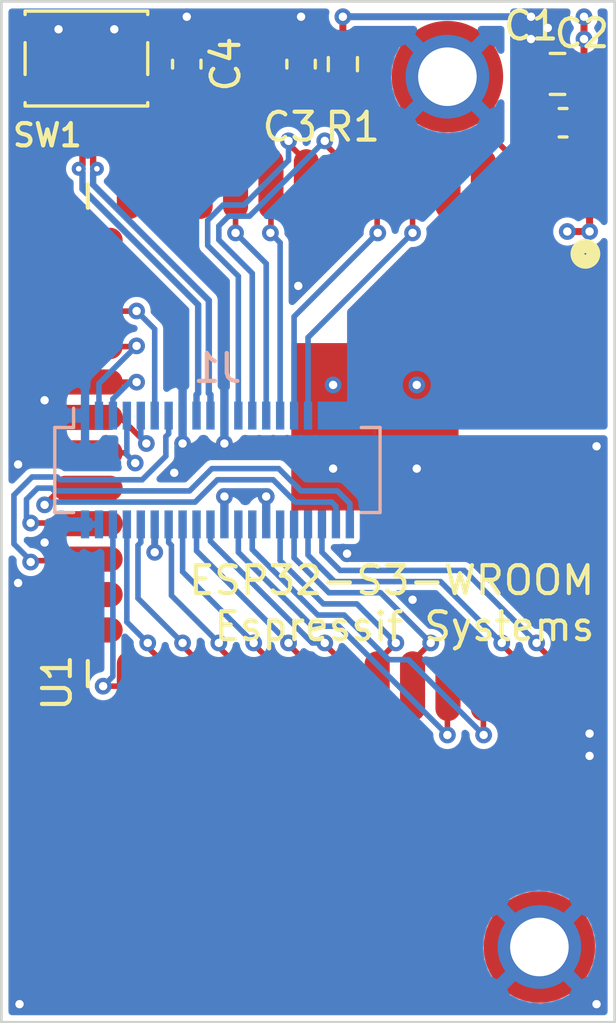
<source format=kicad_pcb>
(kicad_pcb (version 20171130) (host pcbnew "(5.1.9-0-10_14)")

  (general
    (thickness 1.6)
    (drawings 4)
    (tracks 312)
    (zones 0)
    (modules 10)
    (nets 40)
  )

  (page A4)
  (title_block
    (title "mikroPhone WiFi ESP32-S3 adapter")
    (date 2024-01-22)
    (rev 4.0)
  )

  (layers
    (0 F.Cu signal)
    (1 GND power)
    (2 PWR power)
    (31 B.Cu signal)
    (32 B.Adhes user)
    (33 F.Adhes user)
    (34 B.Paste user)
    (35 F.Paste user)
    (36 B.SilkS user hide)
    (37 F.SilkS user hide)
    (38 B.Mask user)
    (39 F.Mask user)
    (40 Dwgs.User user)
    (41 Cmts.User user)
    (42 Eco1.User user)
    (43 Eco2.User user)
    (44 Edge.Cuts user)
    (45 Margin user)
    (46 B.CrtYd user)
    (47 F.CrtYd user)
    (48 B.Fab user hide)
    (49 F.Fab user hide)
  )

  (setup
    (last_trace_width 0.2)
    (trace_clearance 0.2)
    (zone_clearance 0.2032)
    (zone_45_only no)
    (trace_min 0.09)
    (via_size 0.6)
    (via_drill 0.3)
    (via_min_size 0.46)
    (via_min_drill 0.2)
    (uvia_size 0.3)
    (uvia_drill 0.1)
    (uvias_allowed no)
    (uvia_min_size 0.2)
    (uvia_min_drill 0.1)
    (edge_width 0.1)
    (segment_width 0.2)
    (pcb_text_width 0.125)
    (pcb_text_size 0.5 0.5)
    (mod_edge_width 0.05)
    (mod_text_size 0.6 0.6)
    (mod_text_width 0.125)
    (pad_size 4 4)
    (pad_drill 2.1)
    (pad_to_mask_clearance 0)
    (aux_axis_origin 106 72)
    (grid_origin 106 72)
    (visible_elements FFFFF7FF)
    (pcbplotparams
      (layerselection 0x010f0_ffffffff)
      (usegerberextensions true)
      (usegerberattributes false)
      (usegerberadvancedattributes false)
      (creategerberjobfile false)
      (excludeedgelayer true)
      (linewidth 0.100000)
      (plotframeref false)
      (viasonmask false)
      (mode 1)
      (useauxorigin false)
      (hpglpennumber 1)
      (hpglpenspeed 20)
      (hpglpendiameter 15.000000)
      (psnegative false)
      (psa4output false)
      (plotreference true)
      (plotvalue true)
      (plotinvisibletext false)
      (padsonsilk false)
      (subtractmaskfromsilk true)
      (outputformat 1)
      (mirror false)
      (drillshape 0)
      (scaleselection 1)
      (outputdirectory "fab/"))
  )

  (net 0 "")
  (net 1 GND)
  (net 2 +3V3)
  (net 3 /ESP32_EN)
  (net 4 /IO27)
  (net 5 /IO26)
  (net 6 /USB_D_N)
  (net 7 /USB_D_P)
  (net 8 /UART2_RI)
  (net 9 /UART2_DTR)
  (net 10 /UART2_RXD)
  (net 11 /UART2_TXD)
  (net 12 /USB_MUX_S)
  (net 13 /WAKE)
  (net 14 /GPIO_22)
  (net 15 /GPIO_20)
  (net 16 /VSPI_SS0)
  (net 17 /VSPI_SCK)
  (net 18 /VSPI_MISO)
  (net 19 /VSPI_MOSI)
  (net 20 /UART0_RXD)
  (net 21 /UART0_TXD)
  (net 22 /PCM_SYNC)
  (net 23 /PCM_DO)
  (net 24 /PCM_DI)
  (net 25 /PCM_CLK)
  (net 26 /USB_MUX_EN)
  (net 27 "Net-(U1-Pad4)")
  (net 28 "Net-(U1-Pad5)")
  (net 29 "Net-(U1-Pad15)")
  (net 30 "Net-(U1-Pad26)")
  (net 31 /FSPI_SS0)
  (net 32 /FSPI_MOSI)
  (net 33 /FSPI_MISO)
  (net 34 /FSPI_SCK)
  (net 35 "Net-(U1-Pad25)")
  (net 36 "Net-(U1-Pad12)")
  (net 37 /~W_DISABLE)
  (net 38 "Net-(U1-Pad16)")
  (net 39 /~PERST)

  (net_class Default "This is the default net class."
    (clearance 0.2)
    (trace_width 0.2)
    (via_dia 0.6)
    (via_drill 0.3)
    (uvia_dia 0.3)
    (uvia_drill 0.1)
    (add_net /ESP32_EN)
    (add_net /FSPI_MISO)
    (add_net /FSPI_MOSI)
    (add_net /FSPI_SCK)
    (add_net /FSPI_SS0)
    (add_net /GPIO_20)
    (add_net /GPIO_22)
    (add_net /IO26)
    (add_net /IO27)
    (add_net /PCM_CLK)
    (add_net /PCM_DI)
    (add_net /PCM_DO)
    (add_net /PCM_SYNC)
    (add_net /UART0_RXD)
    (add_net /UART0_TXD)
    (add_net /UART2_DTR)
    (add_net /UART2_RI)
    (add_net /UART2_RXD)
    (add_net /UART2_TXD)
    (add_net /USB_MUX_EN)
    (add_net /USB_MUX_S)
    (add_net /VSPI_MISO)
    (add_net /VSPI_MOSI)
    (add_net /VSPI_SCK)
    (add_net /VSPI_SS0)
    (add_net /WAKE)
    (add_net /~PERST)
    (add_net /~W_DISABLE)
    (add_net "Net-(U1-Pad12)")
    (add_net "Net-(U1-Pad15)")
    (add_net "Net-(U1-Pad16)")
    (add_net "Net-(U1-Pad25)")
    (add_net "Net-(U1-Pad26)")
    (add_net "Net-(U1-Pad4)")
    (add_net "Net-(U1-Pad5)")
  )

  (net_class POWER ""
    (clearance 0.2)
    (trace_width 0.25)
    (via_dia 0.6)
    (via_drill 0.3)
    (uvia_dia 0.3)
    (uvia_drill 0.1)
    (add_net +3V3)
  )

  (net_class POWER_GND ""
    (clearance 0.1524)
    (trace_width 0.25)
    (via_dia 0.6)
    (via_drill 0.3)
    (uvia_dia 0.3)
    (uvia_drill 0.1)
    (add_net GND)
  )

  (net_class USB2 ""
    (clearance 0.1524)
    (trace_width 0.2288)
    (via_dia 0.5)
    (via_drill 0.2)
    (uvia_dia 0.3)
    (uvia_drill 0.1)
    (diff_pair_width 0.2288)
    (diff_pair_gap 0.1524)
    (add_net /USB_D_N)
    (add_net /USB_D_P)
  )

  (module footprints:Spacer_small (layer F.Cu) (tedit 61BFD32E) (tstamp 64EC8ED8)
    (at 122 74.7)
    (path /64EE975F)
    (fp_text reference J2 (at 0 2.8) (layer F.SilkS) hide
      (effects (font (size 1 1) (thickness 0.15)))
    )
    (fp_text value Spacer (at 0 -2.7) (layer F.Fab)
      (effects (font (size 1 1) (thickness 0.15)))
    )
    (pad 1 smd circle (at 0 0) (size 4 4) (layers F.Cu F.Mask)
      (net 1 GND))
    (pad 1 thru_hole circle (at 0 0) (size 3 3) (drill 2.1) (layers *.Cu *.Mask)
      (net 1 GND))
  )

  (module footprints:Spacer_small (layer F.Cu) (tedit 61BFD32E) (tstamp 64EC8EDE)
    (at 125.3 105.9)
    (path /64EEA09B)
    (fp_text reference J3 (at 0 2.8) (layer F.SilkS) hide
      (effects (font (size 1 1) (thickness 0.15)))
    )
    (fp_text value Spacer (at 0 -2.7) (layer F.Fab)
      (effects (font (size 1 1) (thickness 0.15)))
    )
    (pad 1 smd circle (at 0 0) (size 4 4) (layers F.Cu F.Mask)
      (net 1 GND))
    (pad 1 thru_hole circle (at 0 0) (size 3 3) (drill 2.1) (layers *.Cu *.Mask)
      (net 1 GND))
  )

  (module Connector_Molex:Molex_SlimStack_55560-0401_2x20_P0.50mm_Vertical (layer B.Cu) (tedit 64EC8225) (tstamp 64EC884B)
    (at 113.75 88.8 180)
    (descr "Molex SlimStack Fine-Pitch SMT Board-to-Board Connectors, 55560-0401, 40 Pins (http://www.molex.com/pdm_docs/sd/555600207_sd.pdf), generated with kicad-footprint-generator")
    (tags "connector Molex SlimStack side entry")
    (path /64F71377)
    (attr smd)
    (fp_text reference J1 (at 0 3.65) (layer B.SilkS)
      (effects (font (size 1 1) (thickness 0.15)) (justify mirror))
    )
    (fp_text value WiFi (at 0 -3.65) (layer B.Fab)
      (effects (font (size 1 1) (thickness 0.15)) (justify mirror))
    )
    (fp_line (start 5.725 1.415) (end 5.725 -1.415) (layer B.Fab) (width 0.1))
    (fp_line (start 5.725 -1.415) (end -5.725 -1.415) (layer B.Fab) (width 0.1))
    (fp_line (start -5.725 -1.415) (end -5.725 1.415) (layer B.Fab) (width 0.1))
    (fp_line (start -5.725 1.415) (end 5.725 1.415) (layer B.Fab) (width 0.1))
    (fp_line (start 5.16 1.525) (end 5.16 2.215) (layer B.Fab) (width 0.1))
    (fp_line (start 5.16 -1.525) (end 5.835 -1.525) (layer B.SilkS) (width 0.12))
    (fp_line (start 5.835 -1.525) (end 5.835 1.525) (layer B.SilkS) (width 0.12))
    (fp_line (start 5.835 1.525) (end 5.16 1.525) (layer B.SilkS) (width 0.12))
    (fp_line (start 5.16 1.525) (end 5.16 2.215) (layer B.SilkS) (width 0.12))
    (fp_line (start -5.16 -1.525) (end -5.835 -1.525) (layer B.SilkS) (width 0.12))
    (fp_line (start -5.835 -1.525) (end -5.835 1.525) (layer B.SilkS) (width 0.12))
    (fp_line (start -5.835 1.525) (end -5.16 1.525) (layer B.SilkS) (width 0.12))
    (fp_line (start 6.22 2.95) (end 6.22 -2.95) (layer B.CrtYd) (width 0.05))
    (fp_line (start 6.22 -2.95) (end -6.22 -2.95) (layer B.CrtYd) (width 0.05))
    (fp_line (start -6.22 -2.95) (end -6.22 2.95) (layer B.CrtYd) (width 0.05))
    (fp_line (start -6.22 2.95) (end 6.22 2.95) (layer B.CrtYd) (width 0.05))
    (fp_text user %R (at 0 0) (layer B.Fab)
      (effects (font (size 1 1) (thickness 0.15)) (justify mirror))
    )
    (pad 1 smd rect (at 4.75 1.95 180) (size 0.3 1) (layers B.Cu B.Paste B.Mask)
      (net 1 GND))
    (pad 3 smd rect (at 4.25 1.95 180) (size 0.3 1) (layers B.Cu B.Paste B.Mask)
      (net 31 /FSPI_SS0))
    (pad 5 smd rect (at 3.75 1.95 180) (size 0.3 1) (layers B.Cu B.Paste B.Mask)
      (net 32 /FSPI_MOSI))
    (pad 7 smd rect (at 3.25 1.95 180) (size 0.3 1) (layers B.Cu B.Paste B.Mask)
      (net 33 /FSPI_MISO))
    (pad 9 smd rect (at 2.75 1.95 180) (size 0.3 1) (layers B.Cu B.Paste B.Mask)
      (net 34 /FSPI_SCK))
    (pad 11 smd rect (at 2.25 1.95 180) (size 0.3 1) (layers B.Cu B.Paste B.Mask)
      (net 4 /IO27))
    (pad 13 smd rect (at 1.75 1.95 180) (size 0.3 1) (layers B.Cu B.Paste B.Mask)
      (net 5 /IO26))
    (pad 15 smd rect (at 1.25 1.95 180) (size 0.3 1) (layers B.Cu B.Paste B.Mask)
      (net 1 GND))
    (pad 17 smd rect (at 0.75 1.95 180) (size 0.3 1) (layers B.Cu B.Paste B.Mask)
      (net 6 /USB_D_N))
    (pad 19 smd rect (at 0.25 1.95 180) (size 0.3 1) (layers B.Cu B.Paste B.Mask)
      (net 7 /USB_D_P))
    (pad 21 smd rect (at -0.25 1.95 180) (size 0.3 1) (layers B.Cu B.Paste B.Mask)
      (net 1 GND))
    (pad 23 smd rect (at -0.75 1.95 180) (size 0.3 1) (layers B.Cu B.Paste B.Mask)
      (net 8 /UART2_RI))
    (pad 25 smd rect (at -1.25 1.95 180) (size 0.3 1) (layers B.Cu B.Paste B.Mask)
      (net 9 /UART2_DTR))
    (pad 27 smd rect (at -1.75 1.95 180) (size 0.3 1) (layers B.Cu B.Paste B.Mask)
      (net 10 /UART2_RXD))
    (pad 29 smd rect (at -2.25 1.95 180) (size 0.3 1) (layers B.Cu B.Paste B.Mask)
      (net 11 /UART2_TXD))
    (pad 31 smd rect (at -2.75 1.95 180) (size 0.3 1) (layers B.Cu B.Paste B.Mask)
      (net 26 /USB_MUX_EN))
    (pad 33 smd rect (at -3.25 1.95 180) (size 0.3 1) (layers B.Cu B.Paste B.Mask)
      (net 39 /~PERST))
    (pad 35 smd rect (at -3.75 1.95 180) (size 0.3 1) (layers B.Cu B.Paste B.Mask)
      (net 2 +3V3))
    (pad 37 smd rect (at -4.25 1.95 180) (size 0.3 1) (layers B.Cu B.Paste B.Mask)
      (net 2 +3V3))
    (pad 39 smd rect (at -4.75 1.95 180) (size 0.3 1) (layers B.Cu B.Paste B.Mask)
      (net 2 +3V3))
    (pad 2 smd rect (at 4.75 -1.95 180) (size 0.3 1) (layers B.Cu B.Paste B.Mask)
      (net 1 GND))
    (pad 4 smd rect (at 4.25 -1.95 180) (size 0.3 1) (layers B.Cu B.Paste B.Mask)
      (net 1 GND))
    (pad 6 smd rect (at 3.75 -1.95 180) (size 0.3 1) (layers B.Cu B.Paste B.Mask)
      (net 13 /WAKE))
    (pad 8 smd rect (at 3.25 -1.95 180) (size 0.3 1) (layers B.Cu B.Paste B.Mask)
      (net 14 /GPIO_22))
    (pad 10 smd rect (at 2.75 -1.95 180) (size 0.3 1) (layers B.Cu B.Paste B.Mask)
      (net 15 /GPIO_20))
    (pad 12 smd rect (at 2.25 -1.95 180) (size 0.3 1) (layers B.Cu B.Paste B.Mask)
      (net 1 GND))
    (pad 14 smd rect (at 1.75 -1.95 180) (size 0.3 1) (layers B.Cu B.Paste B.Mask)
      (net 16 /VSPI_SS0))
    (pad 16 smd rect (at 1.25 -1.95 180) (size 0.3 1) (layers B.Cu B.Paste B.Mask)
      (net 17 /VSPI_SCK))
    (pad 18 smd rect (at 0.75 -1.95 180) (size 0.3 1) (layers B.Cu B.Paste B.Mask)
      (net 18 /VSPI_MISO))
    (pad 20 smd rect (at 0.25 -1.95 180) (size 0.3 1) (layers B.Cu B.Paste B.Mask)
      (net 19 /VSPI_MOSI))
    (pad 22 smd rect (at -0.25 -1.95 180) (size 0.3 1) (layers B.Cu B.Paste B.Mask)
      (net 1 GND))
    (pad 24 smd rect (at -0.75 -1.95 180) (size 0.3 1) (layers B.Cu B.Paste B.Mask)
      (net 20 /UART0_RXD))
    (pad 26 smd rect (at -1.25 -1.95 180) (size 0.3 1) (layers B.Cu B.Paste B.Mask)
      (net 21 /UART0_TXD))
    (pad 28 smd rect (at -1.75 -1.95 180) (size 0.3 1) (layers B.Cu B.Paste B.Mask)
      (net 1 GND))
    (pad 30 smd rect (at -2.25 -1.95 180) (size 0.3 1) (layers B.Cu B.Paste B.Mask)
      (net 22 /PCM_SYNC))
    (pad 32 smd rect (at -2.75 -1.95 180) (size 0.3 1) (layers B.Cu B.Paste B.Mask)
      (net 23 /PCM_DO))
    (pad 34 smd rect (at -3.25 -1.95 180) (size 0.3 1) (layers B.Cu B.Paste B.Mask)
      (net 24 /PCM_DI))
    (pad 36 smd rect (at -3.75 -1.95 180) (size 0.3 1) (layers B.Cu B.Paste B.Mask)
      (net 25 /PCM_CLK))
    (pad 38 smd rect (at -4.25 -1.95 180) (size 0.3 1) (layers B.Cu B.Paste B.Mask)
      (net 12 /USB_MUX_S))
    (pad 40 smd rect (at -4.75 -1.95 180) (size 0.3 1) (layers B.Cu B.Paste B.Mask)
      (net 37 /~W_DISABLE))
    (model ${KISYS3DMOD}/Connector_Molex.3dshapes/Molex_SlimStack_55560-0401_2x20_P0.50mm_Vertical.wrl
      (at (xyz 0 0 0))
      (scale (xyz 1 1 1))
      (rotate (xyz 0 0 0))
    )
  )

  (module Capacitor_SMD:C_0603_1608Metric (layer F.Cu) (tedit 5F68FEEE) (tstamp 5FCA89B4)
    (at 126.15 76.35)
    (descr "Capacitor SMD 0603 (1608 Metric), square (rectangular) end terminal, IPC_7351 nominal, (Body size source: IPC-SM-782 page 76, https://www.pcb-3d.com/wordpress/wp-content/uploads/ipc-sm-782a_amendment_1_and_2.pdf), generated with kicad-footprint-generator")
    (tags capacitor)
    (path /5C506C38)
    (attr smd)
    (fp_text reference C2 (at 0.675 -3.2) (layer F.SilkS)
      (effects (font (size 1 1) (thickness 0.15)))
    )
    (fp_text value 0.1uF (at 4 0.05) (layer F.Fab)
      (effects (font (size 1 1) (thickness 0.15)))
    )
    (fp_line (start 1.48 0.73) (end -1.48 0.73) (layer F.CrtYd) (width 0.05))
    (fp_line (start 1.48 -0.73) (end 1.48 0.73) (layer F.CrtYd) (width 0.05))
    (fp_line (start -1.48 -0.73) (end 1.48 -0.73) (layer F.CrtYd) (width 0.05))
    (fp_line (start -1.48 0.73) (end -1.48 -0.73) (layer F.CrtYd) (width 0.05))
    (fp_line (start -0.14058 0.51) (end 0.14058 0.51) (layer F.SilkS) (width 0.12))
    (fp_line (start -0.14058 -0.51) (end 0.14058 -0.51) (layer F.SilkS) (width 0.12))
    (fp_line (start 0.8 0.4) (end -0.8 0.4) (layer F.Fab) (width 0.1))
    (fp_line (start 0.8 -0.4) (end 0.8 0.4) (layer F.Fab) (width 0.1))
    (fp_line (start -0.8 -0.4) (end 0.8 -0.4) (layer F.Fab) (width 0.1))
    (fp_line (start -0.8 0.4) (end -0.8 -0.4) (layer F.Fab) (width 0.1))
    (fp_text user %R (at 0 0) (layer F.Fab)
      (effects (font (size 0.4 0.4) (thickness 0.06)))
    )
    (pad 2 smd roundrect (at 0.775 0) (size 0.9 0.95) (layers F.Cu F.Paste F.Mask) (roundrect_rratio 0.25)
      (net 1 GND))
    (pad 1 smd roundrect (at -0.775 0) (size 0.9 0.95) (layers F.Cu F.Paste F.Mask) (roundrect_rratio 0.25)
      (net 2 +3V3))
    (model ${KISYS3DMOD}/Capacitor_SMD.3dshapes/C_0603_1608Metric.wrl
      (at (xyz 0 0 0))
      (scale (xyz 1 1 1))
      (rotate (xyz 0 0 0))
    )
  )

  (module Capacitor_SMD:C_0603_1608Metric (layer F.Cu) (tedit 5F68FEEE) (tstamp 5CB63157)
    (at 116.75 74.25 90)
    (descr "Capacitor SMD 0603 (1608 Metric), square (rectangular) end terminal, IPC_7351 nominal, (Body size source: IPC-SM-782 page 76, https://www.pcb-3d.com/wordpress/wp-content/uploads/ipc-sm-782a_amendment_1_and_2.pdf), generated with kicad-footprint-generator")
    (tags capacitor)
    (path /5C506CD9)
    (attr smd)
    (fp_text reference C3 (at -2.25 -0.4) (layer F.SilkS)
      (effects (font (size 1 1) (thickness 0.15)))
    )
    (fp_text value 10uF (at -3.8 0 270) (layer F.Fab)
      (effects (font (size 1 1) (thickness 0.15)))
    )
    (fp_line (start 1.48 0.73) (end -1.48 0.73) (layer F.CrtYd) (width 0.05))
    (fp_line (start 1.48 -0.73) (end 1.48 0.73) (layer F.CrtYd) (width 0.05))
    (fp_line (start -1.48 -0.73) (end 1.48 -0.73) (layer F.CrtYd) (width 0.05))
    (fp_line (start -1.48 0.73) (end -1.48 -0.73) (layer F.CrtYd) (width 0.05))
    (fp_line (start -0.14058 0.51) (end 0.14058 0.51) (layer F.SilkS) (width 0.12))
    (fp_line (start -0.14058 -0.51) (end 0.14058 -0.51) (layer F.SilkS) (width 0.12))
    (fp_line (start 0.8 0.4) (end -0.8 0.4) (layer F.Fab) (width 0.1))
    (fp_line (start 0.8 -0.4) (end 0.8 0.4) (layer F.Fab) (width 0.1))
    (fp_line (start -0.8 -0.4) (end 0.8 -0.4) (layer F.Fab) (width 0.1))
    (fp_line (start -0.8 0.4) (end -0.8 -0.4) (layer F.Fab) (width 0.1))
    (fp_text user %R (at 0 0 270) (layer F.Fab)
      (effects (font (size 0.4 0.4) (thickness 0.06)))
    )
    (pad 2 smd roundrect (at 0.775 0 90) (size 0.9 0.95) (layers F.Cu F.Paste F.Mask) (roundrect_rratio 0.25)
      (net 1 GND))
    (pad 1 smd roundrect (at -0.775 0 90) (size 0.9 0.95) (layers F.Cu F.Paste F.Mask) (roundrect_rratio 0.25)
      (net 3 /ESP32_EN))
    (model ${KISYS3DMOD}/Capacitor_SMD.3dshapes/C_0603_1608Metric.wrl
      (at (xyz 0 0 0))
      (scale (xyz 1 1 1))
      (rotate (xyz 0 0 0))
    )
  )

  (module Resistor_SMD:R_0603_1608Metric (layer F.Cu) (tedit 5F68FEEE) (tstamp 5CB637A1)
    (at 118.25 74.25 270)
    (descr "Resistor SMD 0603 (1608 Metric), square (rectangular) end terminal, IPC_7351 nominal, (Body size source: IPC-SM-782 page 72, https://www.pcb-3d.com/wordpress/wp-content/uploads/ipc-sm-782a_amendment_1_and_2.pdf), generated with kicad-footprint-generator")
    (tags resistor)
    (path /5C506D6E)
    (attr smd)
    (fp_text reference R1 (at 2.25 -0.35 180) (layer F.SilkS)
      (effects (font (size 1 1) (thickness 0.15)))
    )
    (fp_text value 10K (at 4.35 0 270) (layer F.Fab)
      (effects (font (size 1 1) (thickness 0.15)))
    )
    (fp_line (start 1.48 0.73) (end -1.48 0.73) (layer F.CrtYd) (width 0.05))
    (fp_line (start 1.48 -0.73) (end 1.48 0.73) (layer F.CrtYd) (width 0.05))
    (fp_line (start -1.48 -0.73) (end 1.48 -0.73) (layer F.CrtYd) (width 0.05))
    (fp_line (start -1.48 0.73) (end -1.48 -0.73) (layer F.CrtYd) (width 0.05))
    (fp_line (start -0.237258 0.5225) (end 0.237258 0.5225) (layer F.SilkS) (width 0.12))
    (fp_line (start -0.237258 -0.5225) (end 0.237258 -0.5225) (layer F.SilkS) (width 0.12))
    (fp_line (start 0.8 0.4125) (end -0.8 0.4125) (layer F.Fab) (width 0.1))
    (fp_line (start 0.8 -0.4125) (end 0.8 0.4125) (layer F.Fab) (width 0.1))
    (fp_line (start -0.8 -0.4125) (end 0.8 -0.4125) (layer F.Fab) (width 0.1))
    (fp_line (start -0.8 0.4125) (end -0.8 -0.4125) (layer F.Fab) (width 0.1))
    (fp_text user %R (at 0 0 270) (layer F.Fab)
      (effects (font (size 0.4 0.4) (thickness 0.06)))
    )
    (pad 2 smd roundrect (at 0.825 0 270) (size 0.8 0.95) (layers F.Cu F.Paste F.Mask) (roundrect_rratio 0.25)
      (net 3 /ESP32_EN))
    (pad 1 smd roundrect (at -0.825 0 270) (size 0.8 0.95) (layers F.Cu F.Paste F.Mask) (roundrect_rratio 0.25)
      (net 2 +3V3))
    (model ${KISYS3DMOD}/Resistor_SMD.3dshapes/R_0603_1608Metric.wrl
      (at (xyz 0 0 0))
      (scale (xyz 1 1 1))
      (rotate (xyz 0 0 0))
    )
  )

  (module Button_Switch_SMD:SW_SPST_PTS810 (layer F.Cu) (tedit 5B0610A8) (tstamp 60002A5B)
    (at 109.05 74.05 180)
    (descr "C&K Components, PTS 810 Series, Microminiature SMT Top Actuated, http://www.ckswitches.com/media/1476/pts810.pdf")
    (tags "SPST Button Switch")
    (path /5CC8732C)
    (attr smd)
    (fp_text reference SW1 (at 1.4 -2.75 180) (layer F.SilkS)
      (effects (font (size 0.8 0.8) (thickness 0.15)))
    )
    (fp_text value ESP32_RST (at -1.3 3.25) (layer F.Fab)
      (effects (font (size 1 1) (thickness 0.15)))
    )
    (fp_line (start 2.1 1.6) (end 2.1 -1.6) (layer F.Fab) (width 0.1))
    (fp_line (start 2.1 -1.6) (end -2.1 -1.6) (layer F.Fab) (width 0.1))
    (fp_line (start -2.1 -1.6) (end -2.1 1.6) (layer F.Fab) (width 0.1))
    (fp_line (start -2.1 1.6) (end 2.1 1.6) (layer F.Fab) (width 0.1))
    (fp_line (start -0.4 -1.1) (end 0.4 -1.1) (layer F.Fab) (width 0.1))
    (fp_line (start 0.4 1.1) (end -0.4 1.1) (layer F.Fab) (width 0.1))
    (fp_line (start 2.2 -1.7) (end -2.2 -1.7) (layer F.SilkS) (width 0.12))
    (fp_line (start -2.2 -1.7) (end -2.2 -1.58) (layer F.SilkS) (width 0.12))
    (fp_line (start -2.2 -0.57) (end -2.2 0.57) (layer F.SilkS) (width 0.12))
    (fp_line (start -2.2 1.58) (end -2.2 1.7) (layer F.SilkS) (width 0.12))
    (fp_line (start -2.2 1.7) (end 2.2 1.7) (layer F.SilkS) (width 0.12))
    (fp_line (start 2.2 1.7) (end 2.2 1.58) (layer F.SilkS) (width 0.12))
    (fp_line (start 2.2 0.57) (end 2.2 -0.57) (layer F.SilkS) (width 0.12))
    (fp_line (start 2.2 -1.58) (end 2.2 -1.7) (layer F.SilkS) (width 0.12))
    (fp_line (start 2.85 -1.85) (end 2.85 1.85) (layer F.CrtYd) (width 0.05))
    (fp_line (start 2.85 1.85) (end -2.85 1.85) (layer F.CrtYd) (width 0.05))
    (fp_line (start -2.85 1.85) (end -2.85 -1.85) (layer F.CrtYd) (width 0.05))
    (fp_line (start -2.85 -1.85) (end 2.85 -1.85) (layer F.CrtYd) (width 0.05))
    (fp_arc (start 0.4 0) (end 0.4 -1.1) (angle 180) (layer F.Fab) (width 0.1))
    (fp_arc (start -0.4 0) (end -0.4 1.1) (angle 180) (layer F.Fab) (width 0.1))
    (fp_text user %R (at 0 0) (layer F.Fab)
      (effects (font (size 0.6 0.6) (thickness 0.09)))
    )
    (pad 2 smd rect (at 2.075 1.075 180) (size 1.05 0.65) (layers F.Cu F.Paste F.Mask)
      (net 1 GND))
    (pad 2 smd rect (at -2.075 1.075 180) (size 1.05 0.65) (layers F.Cu F.Paste F.Mask)
      (net 1 GND))
    (pad 1 smd rect (at 2.075 -1.075 180) (size 1.05 0.65) (layers F.Cu F.Paste F.Mask)
      (net 3 /ESP32_EN))
    (pad 1 smd rect (at -2.075 -1.075 180) (size 1.05 0.65) (layers F.Cu F.Paste F.Mask)
      (net 3 /ESP32_EN))
    (model ${KISYS3DMOD}/Button_Switch_SMD.3dshapes/SW_SPST_PTS810.wrl
      (at (xyz 0 0 0))
      (scale (xyz 1 1 1))
      (rotate (xyz 0 0 0))
    )
  )

  (module Capacitor_SMD:C_0805_2012Metric (layer F.Cu) (tedit 5F68FEEE) (tstamp 64ECA4D4)
    (at 125.95 74.6)
    (descr "Capacitor SMD 0805 (2012 Metric), square (rectangular) end terminal, IPC_7351 nominal, (Body size source: IPC-SM-782 page 76, https://www.pcb-3d.com/wordpress/wp-content/uploads/ipc-sm-782a_amendment_1_and_2.pdf, https://docs.google.com/spreadsheets/d/1BsfQQcO9C6DZCsRaXUlFlo91Tg2WpOkGARC1WS5S8t0/edit?usp=sharing), generated with kicad-footprint-generator")
    (tags capacitor)
    (path /5C506C85)
    (attr smd)
    (fp_text reference C1 (at -0.95 -1.725) (layer F.SilkS)
      (effects (font (size 1 1) (thickness 0.15)))
    )
    (fp_text value 22uF (at 3.65 0) (layer F.Fab)
      (effects (font (size 1 1) (thickness 0.15)))
    )
    (fp_line (start 1.7 0.98) (end -1.7 0.98) (layer F.CrtYd) (width 0.05))
    (fp_line (start 1.7 -0.98) (end 1.7 0.98) (layer F.CrtYd) (width 0.05))
    (fp_line (start -1.7 -0.98) (end 1.7 -0.98) (layer F.CrtYd) (width 0.05))
    (fp_line (start -1.7 0.98) (end -1.7 -0.98) (layer F.CrtYd) (width 0.05))
    (fp_line (start -0.261252 0.735) (end 0.261252 0.735) (layer F.SilkS) (width 0.12))
    (fp_line (start -0.261252 -0.735) (end 0.261252 -0.735) (layer F.SilkS) (width 0.12))
    (fp_line (start 1 0.625) (end -1 0.625) (layer F.Fab) (width 0.1))
    (fp_line (start 1 -0.625) (end 1 0.625) (layer F.Fab) (width 0.1))
    (fp_line (start -1 -0.625) (end 1 -0.625) (layer F.Fab) (width 0.1))
    (fp_line (start -1 0.625) (end -1 -0.625) (layer F.Fab) (width 0.1))
    (fp_text user %R (at 0 0) (layer F.Fab)
      (effects (font (size 0.5 0.5) (thickness 0.08)))
    )
    (pad 2 smd roundrect (at 0.95 0) (size 1 1.45) (layers F.Cu F.Paste F.Mask) (roundrect_rratio 0.25)
      (net 1 GND))
    (pad 1 smd roundrect (at -0.95 0) (size 1 1.45) (layers F.Cu F.Paste F.Mask) (roundrect_rratio 0.25)
      (net 2 +3V3))
    (model ${KISYS3DMOD}/Capacitor_SMD.3dshapes/C_0805_2012Metric.wrl
      (at (xyz 0 0 0))
      (scale (xyz 1 1 1))
      (rotate (xyz 0 0 0))
    )
  )

  (module Capacitor_SMD:C_0603_1608Metric (layer F.Cu) (tedit 5F68FEEE) (tstamp 600E250D)
    (at 112.65 74.25 90)
    (descr "Capacitor SMD 0603 (1608 Metric), square (rectangular) end terminal, IPC_7351 nominal, (Body size source: IPC-SM-782 page 76, https://www.pcb-3d.com/wordpress/wp-content/uploads/ipc-sm-782a_amendment_1_and_2.pdf), generated with kicad-footprint-generator")
    (tags capacitor)
    (path /62863E5F)
    (attr smd)
    (fp_text reference C4 (at 0 1.4 90) (layer F.SilkS)
      (effects (font (size 1 1) (thickness 0.15)))
    )
    (fp_text value 0.1uF (at -3.55 0 90) (layer F.Fab)
      (effects (font (size 1 1) (thickness 0.15)))
    )
    (fp_line (start 1.48 0.73) (end -1.48 0.73) (layer F.CrtYd) (width 0.05))
    (fp_line (start 1.48 -0.73) (end 1.48 0.73) (layer F.CrtYd) (width 0.05))
    (fp_line (start -1.48 -0.73) (end 1.48 -0.73) (layer F.CrtYd) (width 0.05))
    (fp_line (start -1.48 0.73) (end -1.48 -0.73) (layer F.CrtYd) (width 0.05))
    (fp_line (start -0.14058 0.51) (end 0.14058 0.51) (layer F.SilkS) (width 0.12))
    (fp_line (start -0.14058 -0.51) (end 0.14058 -0.51) (layer F.SilkS) (width 0.12))
    (fp_line (start 0.8 0.4) (end -0.8 0.4) (layer F.Fab) (width 0.1))
    (fp_line (start 0.8 -0.4) (end 0.8 0.4) (layer F.Fab) (width 0.1))
    (fp_line (start -0.8 -0.4) (end 0.8 -0.4) (layer F.Fab) (width 0.1))
    (fp_line (start -0.8 0.4) (end -0.8 -0.4) (layer F.Fab) (width 0.1))
    (fp_text user %R (at 0 0 90) (layer F.Fab)
      (effects (font (size 0.4 0.4) (thickness 0.06)))
    )
    (pad 2 smd roundrect (at 0.775 0 90) (size 0.9 0.95) (layers F.Cu F.Paste F.Mask) (roundrect_rratio 0.25)
      (net 1 GND))
    (pad 1 smd roundrect (at -0.775 0 90) (size 0.9 0.95) (layers F.Cu F.Paste F.Mask) (roundrect_rratio 0.25)
      (net 3 /ESP32_EN))
    (model ${KISYS3DMOD}/Capacitor_SMD.3dshapes/C_0603_1608Metric.wrl
      (at (xyz 0 0 0))
      (scale (xyz 1 1 1))
      (rotate (xyz 0 0 0))
    )
  )

  (module footprints:Espressif_ESP32-S3-WROOM (layer F.Cu) (tedit 64EDAF0D) (tstamp 64EE2084)
    (at 121.85 87.55 90)
    (path /64EF63CC)
    (fp_text reference U1 (at -8.875 -13.85 90) (layer F.SilkS)
      (effects (font (size 1 1) (thickness 0.15)))
    )
    (fp_text value ESP32-S3-WROOM (at 0 8.85 90) (layer F.Fab)
      (effects (font (size 1 1) (thickness 0.15)))
    )
    (fp_line (start -9 -12.75) (end -8.1 -12.75) (layer F.SilkS) (width 0.15))
    (fp_circle (center 6.5 5.1) (end 6.627 5.354) (layer F.SilkS) (width 0.5))
    (fp_line (start 9 -12.75) (end 8.15 -12.75) (layer F.SilkS) (width 0.15))
    (fp_text user ESP32-S3-WROOM (at -5.207 -1.85) (layer F.SilkS)
      (effects (font (size 1 1) (thickness 0.15)))
    )
    (fp_text user "Espressif Systems" (at -6.858 -1.389) (layer F.SilkS)
      (effects (font (size 1 1) (thickness 0.15)))
    )
    (pad 41 smd rect (at -1.2 -0.95 90) (size 3 3) (layers F.Cu F.Paste F.Mask)
      (net 1 GND) (solder_paste_margin -0.2))
    (pad 41 smd rect (at 1.8 -0.95 90) (size 3 3) (layers F.Cu F.Paste F.Mask)
      (net 1 GND) (solder_paste_margin -0.2))
    (pad 41 smd rect (at 1.8 -3.95 90) (size 3 3) (layers F.Cu F.Paste F.Mask)
      (net 1 GND) (solder_paste_margin -0.2))
    (pad 41 smd rect (at -1.2 -3.95 90) (size 3 3) (layers F.Cu F.Paste F.Mask)
      (net 1 GND) (solder_paste_margin -0.2))
    (pad 1 smd oval (at 9 5.25 90) (size 2.5 0.9) (layers F.Cu F.Paste F.Mask)
      (net 1 GND))
    (pad 2 smd oval (at 9 3.98 90) (size 2.5 0.9) (layers F.Cu F.Paste F.Mask)
      (net 2 +3V3))
    (pad 3 smd oval (at 9 2.71 90) (size 2.5 0.9) (layers F.Cu F.Paste F.Mask)
      (net 3 /ESP32_EN))
    (pad 4 smd oval (at 9 1.44 90) (size 2.5 0.9) (layers F.Cu F.Paste F.Mask)
      (net 27 "Net-(U1-Pad4)"))
    (pad 5 smd oval (at 9 0.17 90) (size 2.5 0.9) (layers F.Cu F.Paste F.Mask)
      (net 28 "Net-(U1-Pad5)"))
    (pad 6 smd oval (at 9 -1.1 90) (size 2.5 0.9) (layers F.Cu F.Paste F.Mask)
      (net 39 /~PERST))
    (pad 7 smd oval (at 9 -2.37 90) (size 2.5 0.9) (layers F.Cu F.Paste F.Mask)
      (net 26 /USB_MUX_EN))
    (pad 8 smd oval (at 9 -3.64 90) (size 2.5 0.9) (layers F.Cu F.Paste F.Mask)
      (net 9 /UART2_DTR))
    (pad 9 smd oval (at 9 -4.91 90) (size 2.5 0.9) (layers F.Cu F.Paste F.Mask)
      (net 8 /UART2_RI))
    (pad 10 smd oval (at 9 -6.18 90) (size 2.5 0.9) (layers F.Cu F.Paste F.Mask)
      (net 11 /UART2_TXD))
    (pad 11 smd oval (at 9 -7.45 90) (size 2.5 0.9) (layers F.Cu F.Paste F.Mask)
      (net 10 /UART2_RXD))
    (pad 12 smd oval (at 9 -8.72 90) (size 2.5 0.9) (layers F.Cu F.Paste F.Mask)
      (net 36 "Net-(U1-Pad12)"))
    (pad 13 smd oval (at 9 -9.99 90) (size 2.5 0.9) (layers F.Cu F.Paste F.Mask)
      (net 6 /USB_D_N))
    (pad 14 smd oval (at 9 -11.26 90) (size 2.5 0.9) (layers F.Cu F.Paste F.Mask)
      (net 7 /USB_D_P))
    (pad 15 smd oval (at 6.985 -12.75 90) (size 0.9 2.5) (layers F.Cu F.Paste F.Mask)
      (net 29 "Net-(U1-Pad15)"))
    (pad 16 smd oval (at 5.715 -12.75 90) (size 0.9 2.5) (layers F.Cu F.Paste F.Mask)
      (net 38 "Net-(U1-Pad16)"))
    (pad 17 smd oval (at 4.445 -12.75 90) (size 0.9 2.5) (layers F.Cu F.Paste F.Mask)
      (net 4 /IO27))
    (pad 18 smd oval (at 3.175 -12.75 90) (size 0.9 2.5) (layers F.Cu F.Paste F.Mask)
      (net 31 /FSPI_SS0))
    (pad 19 smd oval (at 1.905 -12.75 90) (size 0.9 2.5) (layers F.Cu F.Paste F.Mask)
      (net 32 /FSPI_MOSI))
    (pad 20 smd oval (at 0.635 -12.75 90) (size 0.9 2.5) (layers F.Cu F.Paste F.Mask)
      (net 34 /FSPI_SCK))
    (pad 21 smd oval (at -0.635 -12.75 90) (size 0.9 2.5) (layers F.Cu F.Paste F.Mask)
      (net 33 /FSPI_MISO))
    (pad 22 smd oval (at -1.905 -12.75 90) (size 0.9 2.5) (layers F.Cu F.Paste F.Mask)
      (net 12 /USB_MUX_S))
    (pad 23 smd oval (at -3.175 -12.75 90) (size 0.9 2.5) (layers F.Cu F.Paste F.Mask)
      (net 37 /~W_DISABLE))
    (pad 24 smd oval (at -4.445 -12.75 90) (size 0.9 2.5) (layers F.Cu F.Paste F.Mask)
      (net 5 /IO26))
    (pad 27 smd oval (at -9 -11.26 90) (size 2.5 0.9) (layers F.Cu F.Paste F.Mask)
      (net 13 /WAKE))
    (pad 28 smd oval (at -9 -9.99 90) (size 2.5 0.9) (layers F.Cu F.Paste F.Mask)
      (net 14 /GPIO_22))
    (pad 29 smd oval (at -9 -8.72 90) (size 2.5 0.9) (layers F.Cu F.Paste F.Mask)
      (net 15 /GPIO_20))
    (pad 30 smd oval (at -9 -7.45 90) (size 2.5 0.9) (layers F.Cu F.Paste F.Mask)
      (net 16 /VSPI_SS0))
    (pad 31 smd oval (at -9 -6.18 90) (size 2.5 0.9) (layers F.Cu F.Paste F.Mask)
      (net 17 /VSPI_SCK))
    (pad 32 smd oval (at -9 -4.91 90) (size 2.5 0.9) (layers F.Cu F.Paste F.Mask)
      (net 18 /VSPI_MISO))
    (pad 33 smd oval (at -9 -3.64 90) (size 2.5 0.9) (layers F.Cu F.Paste F.Mask)
      (net 19 /VSPI_MOSI))
    (pad 34 smd oval (at -9 -2.37 90) (size 2.5 0.9) (layers F.Cu F.Paste F.Mask)
      (net 22 /PCM_SYNC))
    (pad 35 smd oval (at -9 -1.1 90) (size 2.5 0.9) (layers F.Cu F.Paste F.Mask)
      (net 23 /PCM_DO))
    (pad 36 smd oval (at -9 0.17 90) (size 2.5 0.9) (layers F.Cu F.Paste F.Mask)
      (net 20 /UART0_RXD))
    (pad 37 smd oval (at -9 1.44 90) (size 2.5 0.9) (layers F.Cu F.Paste F.Mask)
      (net 21 /UART0_TXD))
    (pad 38 smd oval (at -9 2.71 90) (size 2.5 0.9) (layers F.Cu F.Paste F.Mask)
      (net 24 /PCM_DI))
    (pad 39 smd oval (at -9 3.98 90) (size 2.5 0.9) (layers F.Cu F.Paste F.Mask)
      (net 25 /PCM_CLK))
    (pad 40 smd oval (at -9 5.25 90) (size 2.5 0.9) (layers F.Cu F.Paste F.Mask)
      (net 1 GND))
    (pad 25 smd oval (at -5.715 -12.75 90) (size 0.9 2.5) (layers F.Cu F.Paste F.Mask)
      (net 35 "Net-(U1-Pad25)"))
    (pad 26 smd oval (at -6.985 -12.75 90) (size 0.9 2.5) (layers F.Cu F.Paste F.Mask)
      (net 30 "Net-(U1-Pad26)"))
  )

  (gr_line (start 106 72) (end 128 72) (layer Edge.Cuts) (width 0.1) (tstamp 64EC8F40))
  (gr_line (start 106 108.6) (end 106 72) (layer Edge.Cuts) (width 0.1))
  (gr_line (start 128 108.6) (end 106 108.6) (layer Edge.Cuts) (width 0.1))
  (gr_line (start 128 108.6) (end 128 72) (layer Edge.Cuts) (width 0.1))

  (via (at 110.05 73) (size 0.6) (drill 0.3) (layers F.Cu B.Cu) (net 1))
  (segment (start 108.025 72.975) (end 108.05 73) (width 0.25) (layer F.Cu) (net 1))
  (via (at 108.05 73) (size 0.6) (drill 0.3) (layers F.Cu B.Cu) (net 1))
  (segment (start 107.025 72.975) (end 108.025 72.975) (width 0.25) (layer F.Cu) (net 1))
  (segment (start 110.075 72.975) (end 110.05 73) (width 0.25) (layer F.Cu) (net 1))
  (segment (start 111.125 72.975) (end 110.075 72.975) (width 0.25) (layer F.Cu) (net 1))
  (via (at 117.9 88.75) (size 0.6) (drill 0.3) (layers F.Cu B.Cu) (net 1))
  (via (at 120.9 88.75) (size 0.6) (drill 0.3) (layers F.Cu B.Cu) (net 1))
  (via (at 120.9 85.75) (size 0.6) (drill 0.3) (layers F.Cu B.Cu) (net 1))
  (via (at 117.9 85.75) (size 0.6) (drill 0.3) (layers F.Cu B.Cu) (net 1))
  (segment (start 127.1 76.525) (end 127.1 78.55) (width 0.6) (layer F.Cu) (net 1))
  (segment (start 126.925 76.35) (end 127.1 76.525) (width 0.6) (layer F.Cu) (net 1))
  (segment (start 126.925 74.625) (end 126.925 76.35) (width 0.6) (layer F.Cu) (net 1))
  (segment (start 126.9 74.6) (end 126.925 74.625) (width 0.6) (layer F.Cu) (net 1))
  (via (at 112.65 72.55) (size 0.6) (drill 0.3) (layers F.Cu B.Cu) (net 1))
  (segment (start 112.65 73.475) (end 112.65 72.55) (width 0.25) (layer F.Cu) (net 1))
  (via (at 116.75 72.55) (size 0.6) (drill 0.3) (layers F.Cu B.Cu) (net 1))
  (segment (start 116.75 73.475) (end 116.75 72.55) (width 0.25) (layer F.Cu) (net 1))
  (via (at 112.5 87.85) (size 0.6) (drill 0.3) (layers F.Cu B.Cu) (net 1))
  (segment (start 112.5 86.85) (end 112.5 87.85) (width 0.25) (layer B.Cu) (net 1))
  (via (at 114 87.85) (size 0.6) (drill 0.3) (layers F.Cu B.Cu) (net 1))
  (segment (start 114 86.85) (end 114 87.85) (width 0.25) (layer B.Cu) (net 1))
  (via (at 127.1 98.25) (size 0.6) (drill 0.3) (layers F.Cu B.Cu) (net 1))
  (segment (start 127.1 96.55) (end 127.1 98.25) (width 0.25) (layer F.Cu) (net 1))
  (via (at 127.1 80.25) (size 0.6) (drill 0.3) (layers F.Cu B.Cu) (net 1))
  (segment (start 127.1 78.55) (end 127.1 80.25) (width 0.25) (layer F.Cu) (net 1))
  (via (at 126.9 72.55) (size 0.6) (drill 0.3) (layers F.Cu B.Cu) (net 1))
  (via (at 126.9 73.35) (size 0.6) (drill 0.3) (layers F.Cu B.Cu) (net 1))
  (segment (start 126.9 72.55) (end 126.9 73.35) (width 0.25) (layer F.Cu) (net 1))
  (segment (start 126.9 73.35) (end 126.9 74.6) (width 0.25) (layer F.Cu) (net 1))
  (via (at 127.1 99.05) (size 0.6) (drill 0.3) (layers F.Cu B.Cu) (net 1))
  (segment (start 127.1 98.25) (end 127.1 99.05) (width 0.25) (layer F.Cu) (net 1))
  (via (at 126.3 80.25) (size 0.6) (drill 0.3) (layers F.Cu B.Cu) (net 1))
  (segment (start 127.1 80.25) (end 126.3 80.25) (width 0.25) (layer F.Cu) (net 1))
  (via (at 107.55 86.3) (size 0.6) (drill 0.3) (layers F.Cu B.Cu) (net 1))
  (segment (start 108.1 86.85) (end 107.55 86.3) (width 0.25) (layer B.Cu) (net 1))
  (segment (start 109 86.85) (end 108.1 86.85) (width 0.25) (layer B.Cu) (net 1))
  (via (at 115.5 89.75) (size 0.6) (drill 0.3) (layers F.Cu B.Cu) (net 1))
  (segment (start 115.5 90.75) (end 115.5 89.75) (width 0.25) (layer B.Cu) (net 1))
  (via (at 114 89.75) (size 0.6) (drill 0.3) (layers F.Cu B.Cu) (net 1))
  (segment (start 114 90.75) (end 114 89.75) (width 0.25) (layer B.Cu) (net 1))
  (segment (start 109.5 90.75) (end 109 90.75) (width 0.25) (layer B.Cu) (net 1))
  (via (at 111.5 91.75) (size 0.6) (drill 0.3) (layers F.Cu B.Cu) (net 1))
  (segment (start 111.5 90.75) (end 111.5 91.75) (width 0.25) (layer B.Cu) (net 1))
  (via (at 107.55 91.4) (size 0.6) (drill 0.3) (layers F.Cu B.Cu) (net 1))
  (segment (start 108.2 90.75) (end 107.55 91.4) (width 0.25) (layer B.Cu) (net 1))
  (segment (start 109 90.75) (end 108.2 90.75) (width 0.25) (layer B.Cu) (net 1))
  (via (at 112.2 88.9) (size 0.6) (drill 0.3) (layers F.Cu B.Cu) (net 1))
  (via (at 127.35 87.95) (size 0.6) (drill 0.3) (layers F.Cu B.Cu) (net 1))
  (via (at 106.65 107.95) (size 0.6) (drill 0.3) (layers F.Cu B.Cu) (net 1))
  (via (at 127.35 107.95) (size 0.6) (drill 0.3) (layers F.Cu B.Cu) (net 1))
  (via (at 116.65 82.2) (size 0.6) (drill 0.3) (layers F.Cu B.Cu) (net 1))
  (via (at 118.4 91.8) (size 0.6) (drill 0.3) (layers F.Cu B.Cu) (net 1))
  (via (at 120.75 93.45) (size 0.6) (drill 0.3) (layers F.Cu B.Cu) (net 1))
  (via (at 106.6 88.6) (size 0.6) (drill 0.3) (layers F.Cu B.Cu) (net 1))
  (via (at 106.6 92.85) (size 0.6) (drill 0.3) (layers F.Cu B.Cu) (net 1))
  (via (at 125.6 72.95) (size 0.6) (drill 0.3) (layers F.Cu B.Cu) (net 2))
  (segment (start 125.83 76.805) (end 125.375 76.35) (width 0.6) (layer F.Cu) (net 2))
  (segment (start 125.83 78.55) (end 125.83 76.805) (width 0.6) (layer F.Cu) (net 2))
  (segment (start 125 75.975) (end 125.375 76.35) (width 0.6) (layer F.Cu) (net 2))
  (segment (start 125 74.6) (end 125 75.975) (width 0.6) (layer F.Cu) (net 2))
  (via (at 125 73.35) (size 0.6) (drill 0.3) (layers F.Cu B.Cu) (net 2))
  (via (at 125 72.55) (size 0.6) (drill 0.3) (layers F.Cu B.Cu) (net 2))
  (segment (start 125 72.55) (end 125 73.35) (width 0.25) (layer F.Cu) (net 2))
  (segment (start 125 73.35) (end 125 74.6) (width 0.25) (layer F.Cu) (net 2))
  (segment (start 125.2 73.35) (end 125 73.35) (width 0.25) (layer F.Cu) (net 2))
  (segment (start 125.6 72.95) (end 125.2 73.35) (width 0.25) (layer F.Cu) (net 2))
  (segment (start 125.2 72.55) (end 125 72.55) (width 0.25) (layer F.Cu) (net 2))
  (segment (start 125.6 72.95) (end 125.2 72.55) (width 0.25) (layer F.Cu) (net 2))
  (via (at 118.25 72.55) (size 0.6) (drill 0.3) (layers F.Cu B.Cu) (net 2))
  (segment (start 118.25 73.425) (end 118.25 72.55) (width 0.25) (layer F.Cu) (net 2))
  (segment (start 118.25 72.55) (end 125 72.55) (width 0.25) (layer B.Cu) (net 2))
  (segment (start 106.975 75.125) (end 111.125 75.125) (width 0.2) (layer F.Cu) (net 3))
  (segment (start 124.56 78.55) (end 124.56 77.76) (width 0.2) (layer F.Cu) (net 3))
  (segment (start 124.56 78.55) (end 124.56 77.71) (width 0.2) (layer F.Cu) (net 3))
  (segment (start 124.56 78.55) (end 124.56 77.61) (width 0.2) (layer F.Cu) (net 3))
  (segment (start 124.56 78.55) (end 124.56 77.81) (width 0.2) (layer F.Cu) (net 3))
  (segment (start 124.56 77.81) (end 123.75 77) (width 0.2) (layer F.Cu) (net 3))
  (segment (start 123.75 77) (end 121 77) (width 0.2) (layer F.Cu) (net 3))
  (segment (start 119.075 75.075) (end 118.25 75.075) (width 0.2) (layer F.Cu) (net 3))
  (segment (start 121 77) (end 119.075 75.075) (width 0.2) (layer F.Cu) (net 3))
  (segment (start 112.65 75.025) (end 116.75 75.025) (width 0.2) (layer F.Cu) (net 3))
  (segment (start 118.2 75.025) (end 118.25 75.075) (width 0.2) (layer F.Cu) (net 3))
  (segment (start 116.75 75.025) (end 118.2 75.025) (width 0.2) (layer F.Cu) (net 3))
  (segment (start 112.55 75.125) (end 112.65 75.025) (width 0.2) (layer F.Cu) (net 3))
  (segment (start 111.125 75.125) (end 112.55 75.125) (width 0.2) (layer F.Cu) (net 3))
  (via (at 110.85 83.1) (size 0.6) (drill 0.3) (layers F.Cu B.Cu) (net 4))
  (segment (start 111.5 83.75) (end 110.85 83.1) (width 0.2) (layer B.Cu) (net 4))
  (segment (start 111.5 86.85) (end 111.5 83.75) (width 0.2) (layer B.Cu) (net 4))
  (segment (start 110.845 83.105) (end 109.1 83.105) (width 0.2) (layer F.Cu) (net 4))
  (segment (start 110.85 83.1) (end 110.845 83.105) (width 0.2) (layer F.Cu) (net 4))
  (segment (start 112 86.85) (end 112 87.5) (width 0.2) (layer B.Cu) (net 5))
  (segment (start 112 87.5) (end 111.9 87.6) (width 0.2) (layer B.Cu) (net 5))
  (segment (start 111.9 87.6) (end 111.9 88.3) (width 0.2) (layer B.Cu) (net 5))
  (segment (start 111.9 88.3) (end 111.05 89.15) (width 0.2) (layer B.Cu) (net 5))
  (segment (start 111.05 89.15) (end 108.1 89.15) (width 0.2) (layer B.Cu) (net 5))
  (segment (start 108.1 89.15) (end 108 89.05) (width 0.2) (layer B.Cu) (net 5))
  (segment (start 108 89.05) (end 107.1 89.05) (width 0.2) (layer B.Cu) (net 5))
  (segment (start 107.1 89.05) (end 106.45 89.7) (width 0.2) (layer B.Cu) (net 5))
  (via (at 107.05 92.1) (size 0.6) (drill 0.3) (layers F.Cu B.Cu) (net 5))
  (segment (start 106.45 91.45) (end 107.05 92.05) (width 0.2) (layer B.Cu) (net 5))
  (segment (start 106.45 89.7) (end 106.45 91.45) (width 0.2) (layer B.Cu) (net 5))
  (segment (start 109.045 92.05) (end 109.1 91.995) (width 0.2) (layer F.Cu) (net 5))
  (segment (start 107.05 92.05) (end 109.045 92.05) (width 0.2) (layer F.Cu) (net 5))
  (segment (start 111.4156 77.3056) (end 111.4156 76.79605) (width 0.2288) (layer F.Cu) (net 6))
  (segment (start 111.86 77.75) (end 111.4156 77.3056) (width 0.2288) (layer F.Cu) (net 6))
  (segment (start 111.86 78.55) (end 111.86 77.75) (width 0.2288) (layer F.Cu) (net 6))
  (segment (start 111.4156 76.79605) (end 110.87895 76.2594) (width 0.2288) (layer F.Cu) (net 6))
  (segment (start 110.87895 76.2594) (end 109.97105 76.2594) (width 0.2288) (layer F.Cu) (net 6))
  (segment (start 109.97105 76.2594) (end 108.9094 77.32105) (width 0.2288) (layer F.Cu) (net 6))
  (segment (start 113 86.85) (end 113 86.099999) (width 0.2288) (layer B.Cu) (net 6))
  (segment (start 113 86.099999) (end 113.0594 86.040599) (width 0.2288) (layer B.Cu) (net 6))
  (segment (start 113.0594 86.040599) (end 113.0594 82.87895) (width 0.2288) (layer B.Cu) (net 6))
  (segment (start 108.9094 78.1356) (end 108.7738 78) (width 0.2288) (layer B.Cu) (net 6))
  (segment (start 113.0594 82.87895) (end 108.9094 78.72895) (width 0.2288) (layer B.Cu) (net 6))
  (segment (start 108.9094 78.72895) (end 108.9094 78.1356) (width 0.2288) (layer B.Cu) (net 6))
  (via (at 108.7738 78) (size 0.5) (drill 0.2) (layers F.Cu B.Cu) (net 6))
  (segment (start 108.7738 78) (end 108.9094 77.8644) (width 0.2288) (layer F.Cu) (net 6))
  (segment (start 108.9094 77.8644) (end 108.9094 77.32105) (width 0.2288) (layer F.Cu) (net 6))
  (segment (start 111.0344 77.3056) (end 111.0344 76.95395) (width 0.2288) (layer F.Cu) (net 7))
  (segment (start 110.59 77.75) (end 111.0344 77.3056) (width 0.2288) (layer F.Cu) (net 7))
  (segment (start 110.59 78.55) (end 110.59 77.75) (width 0.2288) (layer F.Cu) (net 7))
  (segment (start 111.0344 76.95395) (end 110.72105 76.6406) (width 0.2288) (layer F.Cu) (net 7))
  (segment (start 110.72105 76.6406) (end 110.12895 76.6406) (width 0.2288) (layer F.Cu) (net 7))
  (segment (start 110.12895 76.6406) (end 109.2906 77.47895) (width 0.2288) (layer F.Cu) (net 7))
  (segment (start 113.4406 86.040599) (end 113.4406 82.72105) (width 0.2288) (layer B.Cu) (net 7))
  (segment (start 113.5 86.099999) (end 113.4406 86.040599) (width 0.2288) (layer B.Cu) (net 7))
  (segment (start 113.5 86.85) (end 113.5 86.099999) (width 0.2288) (layer B.Cu) (net 7))
  (segment (start 109.2906 78.57105) (end 109.2906 78.1356) (width 0.2288) (layer B.Cu) (net 7))
  (segment (start 113.4406 82.72105) (end 109.2906 78.57105) (width 0.2288) (layer B.Cu) (net 7))
  (segment (start 109.2906 78.1356) (end 109.4262 78) (width 0.2288) (layer B.Cu) (net 7))
  (via (at 109.4262 78) (size 0.5) (drill 0.2) (layers F.Cu B.Cu) (net 7))
  (segment (start 109.2906 77.8644) (end 109.2906 77.47895) (width 0.2288) (layer F.Cu) (net 7))
  (segment (start 109.4262 78) (end 109.2906 77.8644) (width 0.2288) (layer F.Cu) (net 7))
  (segment (start 114.5 86.85) (end 114.5 81.85) (width 0.2) (layer B.Cu) (net 8))
  (segment (start 114.5 81.85) (end 113.4 80.75) (width 0.2) (layer B.Cu) (net 8))
  (segment (start 113.4 80.75) (end 113.4 79.85) (width 0.2) (layer B.Cu) (net 8))
  (segment (start 113.4 79.85) (end 113.95 79.3) (width 0.2) (layer B.Cu) (net 8))
  (segment (start 113.95 79.3) (end 114.7 79.3) (width 0.2) (layer B.Cu) (net 8))
  (segment (start 116.3 77.7) (end 116.3 77) (width 0.2) (layer B.Cu) (net 8))
  (via (at 116.3 77) (size 0.6) (drill 0.3) (layers F.Cu B.Cu) (net 8))
  (segment (start 114.7 79.3) (end 116.3 77.7) (width 0.2) (layer B.Cu) (net 8))
  (segment (start 116.3 77) (end 116.3 77.1) (width 0.2) (layer F.Cu) (net 8))
  (segment (start 116.94 77.74) (end 116.94 78.55) (width 0.2) (layer F.Cu) (net 8))
  (segment (start 116.3 77.1) (end 116.94 77.74) (width 0.2) (layer F.Cu) (net 8))
  (segment (start 115 86.85) (end 115 81.75) (width 0.2) (layer B.Cu) (net 9))
  (segment (start 115 81.75) (end 113.8 80.55) (width 0.2) (layer B.Cu) (net 9))
  (segment (start 113.8 80.55) (end 113.8 80.05) (width 0.2) (layer B.Cu) (net 9))
  (segment (start 113.8 80.05) (end 114.15 79.7) (width 0.2) (layer B.Cu) (net 9))
  (via (at 117.6 77) (size 0.6) (drill 0.3) (layers F.Cu B.Cu) (net 9))
  (segment (start 114.9 79.7) (end 117.6 77) (width 0.2) (layer B.Cu) (net 9))
  (segment (start 114.15 79.7) (end 114.9 79.7) (width 0.2) (layer B.Cu) (net 9))
  (segment (start 117.6 77) (end 117.6 77.1) (width 0.2) (layer F.Cu) (net 9))
  (segment (start 118.21 77.71) (end 118.21 78.55) (width 0.2) (layer F.Cu) (net 9))
  (segment (start 117.6 77.1) (end 118.21 77.71) (width 0.2) (layer F.Cu) (net 9))
  (via (at 114.4 80.3) (size 0.6) (drill 0.3) (layers F.Cu B.Cu) (net 10))
  (segment (start 114.5 80.4) (end 114.4 80.3) (width 0.2) (layer B.Cu) (net 10))
  (segment (start 114.4 80.3) (end 114.4 78.55) (width 0.2) (layer F.Cu) (net 10))
  (segment (start 115.5 81.4) (end 114.4 80.3) (width 0.2) (layer B.Cu) (net 10))
  (segment (start 115.5 86.85) (end 115.5 81.4) (width 0.2) (layer B.Cu) (net 10))
  (via (at 115.65 80.3) (size 0.6) (drill 0.3) (layers F.Cu B.Cu) (net 11))
  (segment (start 115.67 80.28) (end 115.67 78.55) (width 0.2) (layer F.Cu) (net 11))
  (segment (start 115.65 80.3) (end 115.67 80.28) (width 0.2) (layer F.Cu) (net 11))
  (segment (start 116 80.65) (end 115.65 80.3) (width 0.2) (layer B.Cu) (net 11))
  (segment (start 116 86.85) (end 116 80.65) (width 0.2) (layer B.Cu) (net 11))
  (via (at 107.55 90.05) (size 0.6) (drill 0.3) (layers F.Cu B.Cu) (net 12))
  (segment (start 108.145 89.455) (end 107.55 90.05) (width 0.2) (layer F.Cu) (net 12))
  (segment (start 109.1 89.455) (end 108.145 89.455) (width 0.2) (layer F.Cu) (net 12))
  (segment (start 107.55 90.05) (end 107.65 89.95) (width 0.2) (layer B.Cu) (net 12))
  (segment (start 107.65 89.95) (end 112.95 89.95) (width 0.2) (layer B.Cu) (net 12))
  (segment (start 112.95 89.95) (end 113.75 89.15) (width 0.2) (layer B.Cu) (net 12))
  (segment (start 118 90.1) (end 118 90.75) (width 0.2) (layer B.Cu) (net 12))
  (segment (start 113.75 89.15) (end 115.75 89.15) (width 0.2) (layer B.Cu) (net 12))
  (segment (start 115.75 89.15) (end 116.55 89.95) (width 0.2) (layer B.Cu) (net 12))
  (segment (start 117.85 89.95) (end 118 90.1) (width 0.2) (layer B.Cu) (net 12))
  (segment (start 116.55 89.95) (end 117.85 89.95) (width 0.2) (layer B.Cu) (net 12))
  (via (at 109.65 96.55) (size 0.6) (drill 0.3) (layers F.Cu B.Cu) (net 13))
  (segment (start 110 96.2) (end 109.65 96.55) (width 0.2) (layer B.Cu) (net 13))
  (segment (start 110 90.75) (end 110 96.2) (width 0.2) (layer B.Cu) (net 13))
  (segment (start 109.65 96.55) (end 110.59 96.55) (width 0.2) (layer F.Cu) (net 13))
  (via (at 111.25 95) (size 0.6) (drill 0.3) (layers F.Cu B.Cu) (net 14))
  (segment (start 110.5 94.25) (end 111.25 95) (width 0.2) (layer B.Cu) (net 14))
  (segment (start 110.5 90.75) (end 110.5 94.25) (width 0.2) (layer B.Cu) (net 14))
  (segment (start 111.86 96.55) (end 111.86 95.76) (width 0.2) (layer F.Cu) (net 14))
  (segment (start 111.25 95.15) (end 111.25 95) (width 0.2) (layer F.Cu) (net 14))
  (segment (start 111.86 95.76) (end 111.25 95.15) (width 0.2) (layer F.Cu) (net 14))
  (via (at 112.5 95) (size 0.6) (drill 0.3) (layers F.Cu B.Cu) (net 15))
  (segment (start 113.13 96.55) (end 113.13 95.73) (width 0.2) (layer F.Cu) (net 15))
  (segment (start 112.5 95.1) (end 112.5 95) (width 0.2) (layer F.Cu) (net 15))
  (segment (start 113.13 95.73) (end 112.5 95.1) (width 0.2) (layer F.Cu) (net 15))
  (segment (start 111 90.75) (end 111 91.4) (width 0.2) (layer B.Cu) (net 15))
  (segment (start 111 91.4) (end 110.9 91.5) (width 0.2) (layer B.Cu) (net 15))
  (segment (start 110.9 93.4) (end 112.5 95) (width 0.2) (layer B.Cu) (net 15))
  (segment (start 110.9 91.5) (end 110.9 93.4) (width 0.2) (layer B.Cu) (net 15))
  (via (at 113.8 95) (size 0.6) (drill 0.3) (layers F.Cu B.Cu) (net 16))
  (segment (start 114.4 96.55) (end 114.4 95.75) (width 0.2) (layer F.Cu) (net 16))
  (segment (start 113.8 95.15) (end 113.8 95) (width 0.2) (layer F.Cu) (net 16))
  (segment (start 114.4 95.75) (end 113.8 95.15) (width 0.2) (layer F.Cu) (net 16))
  (segment (start 112 90.75) (end 112 91.4) (width 0.2) (layer B.Cu) (net 16))
  (segment (start 112 91.4) (end 112.1 91.5) (width 0.2) (layer B.Cu) (net 16))
  (segment (start 112.1 93.3) (end 113.8 95) (width 0.2) (layer B.Cu) (net 16))
  (segment (start 112.1 91.5) (end 112.1 93.3) (width 0.2) (layer B.Cu) (net 16))
  (via (at 115.05 95) (size 0.6) (drill 0.3) (layers F.Cu B.Cu) (net 17))
  (segment (start 115.67 96.55) (end 115.67 95.67) (width 0.2) (layer F.Cu) (net 17))
  (segment (start 115.05 95.05) (end 115.05 95) (width 0.2) (layer F.Cu) (net 17))
  (segment (start 115.67 95.67) (end 115.05 95.05) (width 0.2) (layer F.Cu) (net 17))
  (segment (start 112.5 92.45) (end 115.05 95) (width 0.2) (layer B.Cu) (net 17))
  (segment (start 112.5 90.75) (end 112.5 92.45) (width 0.2) (layer B.Cu) (net 17))
  (via (at 116.3 95) (size 0.6) (drill 0.3) (layers F.Cu B.Cu) (net 18))
  (segment (start 116.94 96.55) (end 116.94 95.69) (width 0.2) (layer F.Cu) (net 18))
  (segment (start 116.3 95.05) (end 116.3 95) (width 0.2) (layer F.Cu) (net 18))
  (segment (start 116.94 95.69) (end 116.3 95.05) (width 0.2) (layer F.Cu) (net 18))
  (segment (start 113 91.7) (end 116.3 95) (width 0.2) (layer B.Cu) (net 18))
  (segment (start 113 90.75) (end 113 91.7) (width 0.2) (layer B.Cu) (net 18))
  (via (at 117.6 95) (size 0.6) (drill 0.3) (layers F.Cu B.Cu) (net 19))
  (segment (start 118.21 96.55) (end 118.21 95.66) (width 0.2) (layer F.Cu) (net 19))
  (segment (start 117.6 95.05) (end 117.6 95) (width 0.2) (layer F.Cu) (net 19))
  (segment (start 118.21 95.66) (end 117.6 95.05) (width 0.2) (layer F.Cu) (net 19))
  (segment (start 113.5 90.75) (end 113.5 91.35) (width 0.2) (layer B.Cu) (net 19))
  (segment (start 117.15 95) (end 117.6 95) (width 0.2) (layer B.Cu) (net 19))
  (segment (start 113.5 91.35) (end 117.15 95) (width 0.2) (layer B.Cu) (net 19))
  (segment (start 114.5 90.75) (end 114.5 91.75) (width 0.2) (layer B.Cu) (net 20))
  (segment (start 114.5 91.75) (end 117.15 94.4) (width 0.2) (layer B.Cu) (net 20))
  (via (at 122 98.3) (size 0.6) (drill 0.3) (layers F.Cu B.Cu) (net 20))
  (segment (start 122 96.57) (end 122.02 96.55) (width 0.2) (layer F.Cu) (net 20))
  (segment (start 122 98.3) (end 122 96.57) (width 0.2) (layer F.Cu) (net 20))
  (segment (start 117.15 94.4) (end 118.1 94.4) (width 0.2) (layer B.Cu) (net 20))
  (segment (start 118.1 94.4) (end 122 98.3) (width 0.2) (layer B.Cu) (net 20))
  (segment (start 115 90.75) (end 115 91.65) (width 0.2) (layer B.Cu) (net 21))
  (segment (start 115 91.65) (end 117.35 94) (width 0.2) (layer B.Cu) (net 21))
  (via (at 123.3 98.3) (size 0.6) (drill 0.3) (layers F.Cu B.Cu) (net 21))
  (segment (start 120.6 95.6) (end 123.3 98.3) (width 0.2) (layer B.Cu) (net 21))
  (segment (start 123.29 98.29) (end 123.29 96.55) (width 0.2) (layer F.Cu) (net 21))
  (segment (start 123.3 98.3) (end 123.29 98.29) (width 0.2) (layer F.Cu) (net 21))
  (segment (start 117.35 94) (end 118.3 94) (width 0.2) (layer B.Cu) (net 21))
  (segment (start 119.9 95.6) (end 120.6 95.6) (width 0.2) (layer B.Cu) (net 21))
  (segment (start 118.3 94) (end 119.9 95.6) (width 0.2) (layer B.Cu) (net 21))
  (segment (start 116 90.75) (end 116 92.05) (width 0.2) (layer B.Cu) (net 22))
  (segment (start 116 92.05) (end 117.55 93.6) (width 0.2) (layer B.Cu) (net 22))
  (via (at 120.15 95) (size 0.6) (drill 0.3) (layers F.Cu B.Cu) (net 22))
  (segment (start 118.75 93.6) (end 120.15 95) (width 0.2) (layer B.Cu) (net 22))
  (segment (start 117.55 93.6) (end 118.75 93.6) (width 0.2) (layer B.Cu) (net 22))
  (segment (start 119.48 95.67) (end 120.15 95) (width 0.2) (layer F.Cu) (net 22))
  (segment (start 119.48 96.55) (end 119.48 95.67) (width 0.2) (layer F.Cu) (net 22))
  (segment (start 116.5 90.75) (end 116.5 91.95) (width 0.2) (layer B.Cu) (net 23))
  (segment (start 116.5 91.95) (end 117.75 93.2) (width 0.2) (layer B.Cu) (net 23))
  (via (at 121.4 95) (size 0.6) (drill 0.3) (layers F.Cu B.Cu) (net 23))
  (segment (start 119.6 93.2) (end 121.4 95) (width 0.2) (layer B.Cu) (net 23))
  (segment (start 117.75 93.2) (end 119.6 93.2) (width 0.2) (layer B.Cu) (net 23))
  (segment (start 120.75 95.65) (end 121.4 95) (width 0.2) (layer F.Cu) (net 23))
  (segment (start 120.75 96.55) (end 120.75 95.65) (width 0.2) (layer F.Cu) (net 23))
  (via (at 123.95 95) (size 0.6) (drill 0.3) (layers F.Cu B.Cu) (net 24))
  (segment (start 121.75 92.8) (end 123.95 95) (width 0.2) (layer B.Cu) (net 24))
  (segment (start 124.56 96.55) (end 124.56 95.66) (width 0.2) (layer F.Cu) (net 24))
  (segment (start 123.95 95.05) (end 123.95 95) (width 0.2) (layer F.Cu) (net 24))
  (segment (start 124.56 95.66) (end 123.95 95.05) (width 0.2) (layer F.Cu) (net 24))
  (segment (start 121.75 92.8) (end 117.95 92.8) (width 0.2) (layer B.Cu) (net 24))
  (segment (start 117 91.85) (end 117 90.75) (width 0.2) (layer B.Cu) (net 24))
  (segment (start 117.95 92.8) (end 117 91.85) (width 0.2) (layer B.Cu) (net 24))
  (via (at 125.2 95) (size 0.6) (drill 0.3) (layers F.Cu B.Cu) (net 25))
  (segment (start 122.6 92.4) (end 125.2 95) (width 0.2) (layer B.Cu) (net 25))
  (segment (start 125.83 96.55) (end 125.83 95.68) (width 0.2) (layer F.Cu) (net 25))
  (segment (start 125.2 95.05) (end 125.2 95) (width 0.2) (layer F.Cu) (net 25))
  (segment (start 125.83 95.68) (end 125.2 95.05) (width 0.2) (layer F.Cu) (net 25))
  (segment (start 122.6 92.4) (end 118.15 92.4) (width 0.2) (layer B.Cu) (net 25))
  (segment (start 117.5 91.75) (end 117.5 90.75) (width 0.2) (layer B.Cu) (net 25))
  (segment (start 118.15 92.4) (end 117.5 91.75) (width 0.2) (layer B.Cu) (net 25))
  (segment (start 116.5 83.3) (end 119.5 80.3) (width 0.2) (layer B.Cu) (net 26))
  (via (at 119.5 80.3) (size 0.6) (drill 0.3) (layers F.Cu B.Cu) (net 26))
  (segment (start 116.5 86.85) (end 116.5 83.3) (width 0.2) (layer B.Cu) (net 26))
  (segment (start 119.48 80.28) (end 119.5 80.3) (width 0.2) (layer F.Cu) (net 26))
  (segment (start 119.48 78.55) (end 119.48 80.28) (width 0.2) (layer F.Cu) (net 26))
  (via (at 110.85 84.35) (size 0.6) (drill 0.3) (layers F.Cu B.Cu) (net 31))
  (segment (start 109.5 85.7) (end 110.85 84.35) (width 0.2) (layer B.Cu) (net 31))
  (segment (start 109.5 86.85) (end 109.5 85.7) (width 0.2) (layer B.Cu) (net 31))
  (segment (start 110.825 84.375) (end 109.1 84.375) (width 0.2) (layer F.Cu) (net 31))
  (segment (start 110.85 84.35) (end 110.825 84.375) (width 0.2) (layer F.Cu) (net 31))
  (segment (start 110 86.85) (end 110 86.25) (width 0.2) (layer B.Cu) (net 32))
  (segment (start 110.6 85.65) (end 110.85 85.65) (width 0.2) (layer B.Cu) (net 32))
  (via (at 110.85 85.65) (size 0.6) (drill 0.3) (layers F.Cu B.Cu) (net 32))
  (segment (start 110 86.25) (end 110.6 85.65) (width 0.2) (layer B.Cu) (net 32))
  (segment (start 109.105 85.65) (end 109.1 85.645) (width 0.2) (layer F.Cu) (net 32))
  (segment (start 110.85 85.65) (end 109.105 85.65) (width 0.2) (layer F.Cu) (net 32))
  (segment (start 110.435 88.185) (end 110.8 88.55) (width 0.2) (layer F.Cu) (net 33))
  (via (at 110.8 88.55) (size 0.6) (drill 0.3) (layers F.Cu B.Cu) (net 33))
  (segment (start 109.1 88.185) (end 110.435 88.185) (width 0.2) (layer F.Cu) (net 33))
  (segment (start 110.5 88.25) (end 110.8 88.55) (width 0.2) (layer B.Cu) (net 33))
  (segment (start 110.5 86.85) (end 110.5 88.25) (width 0.2) (layer B.Cu) (net 33))
  (via (at 111.2 87.85) (size 0.6) (drill 0.3) (layers F.Cu B.Cu) (net 34))
  (segment (start 111 87.65) (end 111.2 87.85) (width 0.2) (layer B.Cu) (net 34))
  (segment (start 111 86.85) (end 111 87.65) (width 0.2) (layer B.Cu) (net 34))
  (segment (start 110.265 86.915) (end 109.1 86.915) (width 0.2) (layer F.Cu) (net 34))
  (segment (start 111.2 87.85) (end 110.265 86.915) (width 0.2) (layer F.Cu) (net 34))
  (segment (start 118.5 90.75) (end 118.5 90) (width 0.2) (layer B.Cu) (net 37))
  (segment (start 118.5 90) (end 118.05 89.55) (width 0.2) (layer B.Cu) (net 37))
  (segment (start 118.05 89.55) (end 116.75 89.55) (width 0.2) (layer B.Cu) (net 37))
  (segment (start 116.75 89.55) (end 115.95 88.75) (width 0.2) (layer B.Cu) (net 37))
  (segment (start 115.95 88.75) (end 113.55 88.75) (width 0.2) (layer B.Cu) (net 37))
  (segment (start 113.55 88.75) (end 112.75 89.55) (width 0.2) (layer B.Cu) (net 37))
  (segment (start 112.75 89.55) (end 107.9 89.55) (width 0.2) (layer B.Cu) (net 37))
  (segment (start 107.9 89.55) (end 107.8 89.45) (width 0.2) (layer B.Cu) (net 37))
  (segment (start 107.8 89.45) (end 107.3 89.45) (width 0.2) (layer B.Cu) (net 37))
  (via (at 107.05 90.7) (size 0.6) (drill 0.3) (layers F.Cu B.Cu) (net 37))
  (segment (start 109.075 90.7) (end 109.1 90.725) (width 0.2) (layer F.Cu) (net 37))
  (segment (start 107.05 90.7) (end 109.075 90.7) (width 0.2) (layer F.Cu) (net 37))
  (segment (start 107.05 90.7) (end 106.9 90.55) (width 0.2) (layer B.Cu) (net 37))
  (segment (start 106.9 89.85) (end 107.3 89.45) (width 0.2) (layer B.Cu) (net 37))
  (segment (start 106.9 90.55) (end 106.9 89.85) (width 0.2) (layer B.Cu) (net 37))
  (via (at 120.75 80.3) (size 0.6) (drill 0.3) (layers F.Cu B.Cu) (net 39))
  (segment (start 117 84.05) (end 120.75 80.3) (width 0.2) (layer B.Cu) (net 39))
  (segment (start 117 86.85) (end 117 84.05) (width 0.2) (layer B.Cu) (net 39))
  (segment (start 120.75 80.3) (end 120.75 78.55) (width 0.2) (layer F.Cu) (net 39))

  (zone (net 2) (net_name +3V3) (layer F.Cu) (tstamp 65D52642) (hatch edge 0.508)
    (priority 1)
    (connect_pads yes (clearance 0.2032))
    (min_thickness 0.254)
    (fill yes (arc_segments 32) (thermal_gap 0.508) (thermal_bridge_width 0.508))
    (polygon
      (pts
        (xy 126 76.85) (xy 124.5 76.85) (xy 124.5 72) (xy 126 72)
      )
    )
    (filled_polygon
      (pts
        (xy 125.873 76.723) (xy 124.627 76.723) (xy 124.627 72.3802) (xy 125.873 72.3802)
      )
    )
  )
  (zone (net 2) (net_name +3V3) (layer B.Cu) (tstamp 65D5263F) (hatch edge 0.508)
    (priority 1)
    (connect_pads yes (clearance 0.2032))
    (min_thickness 0.254)
    (fill yes (arc_segments 32) (thermal_gap 0.508) (thermal_bridge_width 0.508))
    (polygon
      (pts
        (xy 128 87.35) (xy 117.35 87.35) (xy 117.35 86.35) (xy 118.4 86.35) (xy 118.4 82.95)
        (xy 124.25 77.1) (xy 124.25 72) (xy 128 72)
      )
    )
    (filled_polygon
      (pts
        (xy 126.2698 72.487931) (xy 126.2698 72.612069) (xy 126.294018 72.733822) (xy 126.341524 72.848512) (xy 126.409337 72.95)
        (xy 126.341524 73.051488) (xy 126.294018 73.166178) (xy 126.2698 73.287931) (xy 126.2698 73.412069) (xy 126.294018 73.533822)
        (xy 126.341524 73.648512) (xy 126.410492 73.751729) (xy 126.498271 73.839508) (xy 126.601488 73.908476) (xy 126.716178 73.955982)
        (xy 126.837931 73.9802) (xy 126.962069 73.9802) (xy 127.083822 73.955982) (xy 127.198512 73.908476) (xy 127.301729 73.839508)
        (xy 127.389508 73.751729) (xy 127.458476 73.648512) (xy 127.505982 73.533822) (xy 127.5302 73.412069) (xy 127.5302 73.287931)
        (xy 127.505982 73.166178) (xy 127.458476 73.051488) (xy 127.390663 72.95) (xy 127.458476 72.848512) (xy 127.505982 72.733822)
        (xy 127.5302 72.612069) (xy 127.5302 72.487931) (xy 127.508771 72.3802) (xy 127.619801 72.3802) (xy 127.619801 79.893607)
        (xy 127.589508 79.848271) (xy 127.501729 79.760492) (xy 127.398512 79.691524) (xy 127.283822 79.644018) (xy 127.162069 79.6198)
        (xy 127.037931 79.6198) (xy 126.916178 79.644018) (xy 126.801488 79.691524) (xy 126.7 79.759337) (xy 126.598512 79.691524)
        (xy 126.483822 79.644018) (xy 126.362069 79.6198) (xy 126.237931 79.6198) (xy 126.116178 79.644018) (xy 126.001488 79.691524)
        (xy 125.898271 79.760492) (xy 125.810492 79.848271) (xy 125.741524 79.951488) (xy 125.694018 80.066178) (xy 125.6698 80.187931)
        (xy 125.6698 80.312069) (xy 125.694018 80.433822) (xy 125.741524 80.548512) (xy 125.810492 80.651729) (xy 125.898271 80.739508)
        (xy 126.001488 80.808476) (xy 126.116178 80.855982) (xy 126.237931 80.8802) (xy 126.362069 80.8802) (xy 126.483822 80.855982)
        (xy 126.598512 80.808476) (xy 126.7 80.740663) (xy 126.801488 80.808476) (xy 126.916178 80.855982) (xy 127.037931 80.8802)
        (xy 127.162069 80.8802) (xy 127.283822 80.855982) (xy 127.398512 80.808476) (xy 127.501729 80.739508) (xy 127.589508 80.651729)
        (xy 127.619801 80.606393) (xy 127.619801 87.223) (xy 117.481797 87.223) (xy 117.481797 86.477) (xy 118.4 86.477)
        (xy 118.424776 86.47456) (xy 118.448601 86.467333) (xy 118.470557 86.455597) (xy 118.489803 86.439803) (xy 118.505597 86.420557)
        (xy 118.517333 86.398601) (xy 118.52456 86.374776) (xy 118.527 86.35) (xy 118.527 85.828157) (xy 118.5302 85.812069)
        (xy 118.5302 85.687931) (xy 120.2698 85.687931) (xy 120.2698 85.812069) (xy 120.294018 85.933822) (xy 120.341524 86.048512)
        (xy 120.410492 86.151729) (xy 120.498271 86.239508) (xy 120.601488 86.308476) (xy 120.716178 86.355982) (xy 120.837931 86.3802)
        (xy 120.962069 86.3802) (xy 121.083822 86.355982) (xy 121.198512 86.308476) (xy 121.301729 86.239508) (xy 121.389508 86.151729)
        (xy 121.458476 86.048512) (xy 121.505982 85.933822) (xy 121.5302 85.812069) (xy 121.5302 85.687931) (xy 121.505982 85.566178)
        (xy 121.458476 85.451488) (xy 121.389508 85.348271) (xy 121.301729 85.260492) (xy 121.198512 85.191524) (xy 121.083822 85.144018)
        (xy 120.962069 85.1198) (xy 120.837931 85.1198) (xy 120.716178 85.144018) (xy 120.601488 85.191524) (xy 120.498271 85.260492)
        (xy 120.410492 85.348271) (xy 120.341524 85.451488) (xy 120.294018 85.566178) (xy 120.2698 85.687931) (xy 118.5302 85.687931)
        (xy 118.527 85.671843) (xy 118.527 83.131393) (xy 120.728194 80.9302) (xy 120.812069 80.9302) (xy 120.933822 80.905982)
        (xy 121.048512 80.858476) (xy 121.151729 80.789508) (xy 121.239508 80.701729) (xy 121.308476 80.598512) (xy 121.355982 80.483822)
        (xy 121.3802 80.362069) (xy 121.3802 80.237931) (xy 121.365513 80.164093) (xy 124.339803 77.189803) (xy 124.355597 77.170557)
        (xy 124.367333 77.148601) (xy 124.37456 77.124776) (xy 124.377 77.1) (xy 124.377 72.3802) (xy 126.291229 72.3802)
      )
    )
  )
  (zone (net 1) (net_name GND) (layer GND) (tstamp 65D5263C) (hatch edge 0.508)
    (connect_pads (clearance 0.2032))
    (min_thickness 0.254)
    (fill yes (arc_segments 32) (thermal_gap 0.508) (thermal_bridge_width 0.508))
    (polygon
      (pts
        (xy 128 108.6) (xy 106 108.6) (xy 106 72) (xy 128 72)
      )
    )
    (filled_polygon
      (pts
        (xy 117.6198 72.487931) (xy 117.6198 72.612069) (xy 117.644018 72.733822) (xy 117.691524 72.848512) (xy 117.760492 72.951729)
        (xy 117.848271 73.039508) (xy 117.951488 73.108476) (xy 118.066178 73.155982) (xy 118.187931 73.1802) (xy 118.312069 73.1802)
        (xy 118.433822 73.155982) (xy 118.548512 73.108476) (xy 118.651729 73.039508) (xy 118.739508 72.951729) (xy 118.808476 72.848512)
        (xy 118.855982 72.733822) (xy 118.8802 72.612069) (xy 118.8802 72.487931) (xy 118.858771 72.3802) (xy 124.391229 72.3802)
        (xy 124.3698 72.487931) (xy 124.3698 72.612069) (xy 124.394018 72.733822) (xy 124.441524 72.848512) (xy 124.509337 72.95)
        (xy 124.441524 73.051488) (xy 124.394018 73.166178) (xy 124.3698 73.287931) (xy 124.3698 73.412069) (xy 124.394018 73.533822)
        (xy 124.441524 73.648512) (xy 124.510492 73.751729) (xy 124.598271 73.839508) (xy 124.701488 73.908476) (xy 124.816178 73.955982)
        (xy 124.937931 73.9802) (xy 125.062069 73.9802) (xy 125.183822 73.955982) (xy 125.298512 73.908476) (xy 125.401729 73.839508)
        (xy 125.489508 73.751729) (xy 125.558476 73.648512) (xy 125.586772 73.5802) (xy 125.662069 73.5802) (xy 125.783822 73.555982)
        (xy 125.898512 73.508476) (xy 126.001729 73.439508) (xy 126.089508 73.351729) (xy 126.158476 73.248512) (xy 126.205982 73.133822)
        (xy 126.2302 73.012069) (xy 126.2302 72.887931) (xy 126.205982 72.766178) (xy 126.158476 72.651488) (xy 126.089508 72.548271)
        (xy 126.001729 72.460492) (xy 125.898512 72.391524) (xy 125.871173 72.3802) (xy 127.619801 72.3802) (xy 127.6198 108.2198)
        (xy 106.3802 108.2198) (xy 106.3802 107.391653) (xy 123.987952 107.391653) (xy 124.143962 107.707214) (xy 124.518745 107.89802)
        (xy 124.923551 108.012044) (xy 125.342824 108.044902) (xy 125.760451 107.995334) (xy 126.160383 107.865243) (xy 126.456038 107.707214)
        (xy 126.612048 107.391653) (xy 125.3 106.079605) (xy 123.987952 107.391653) (xy 106.3802 107.391653) (xy 106.3802 105.942824)
        (xy 123.155098 105.942824) (xy 123.204666 106.360451) (xy 123.334757 106.760383) (xy 123.492786 107.056038) (xy 123.808347 107.212048)
        (xy 125.120395 105.9) (xy 125.479605 105.9) (xy 126.791653 107.212048) (xy 127.107214 107.056038) (xy 127.29802 106.681255)
        (xy 127.412044 106.276449) (xy 127.444902 105.857176) (xy 127.395334 105.439549) (xy 127.265243 105.039617) (xy 127.107214 104.743962)
        (xy 126.791653 104.587952) (xy 125.479605 105.9) (xy 125.120395 105.9) (xy 123.808347 104.587952) (xy 123.492786 104.743962)
        (xy 123.30198 105.118745) (xy 123.187956 105.523551) (xy 123.155098 105.942824) (xy 106.3802 105.942824) (xy 106.3802 104.408347)
        (xy 123.987952 104.408347) (xy 125.3 105.720395) (xy 126.612048 104.408347) (xy 126.456038 104.092786) (xy 126.081255 103.90198)
        (xy 125.676449 103.787956) (xy 125.257176 103.755098) (xy 124.839549 103.804666) (xy 124.439617 103.934757) (xy 124.143962 104.092786)
        (xy 123.987952 104.408347) (xy 106.3802 104.408347) (xy 106.3802 98.237931) (xy 121.3698 98.237931) (xy 121.3698 98.362069)
        (xy 121.394018 98.483822) (xy 121.441524 98.598512) (xy 121.510492 98.701729) (xy 121.598271 98.789508) (xy 121.701488 98.858476)
        (xy 121.816178 98.905982) (xy 121.937931 98.9302) (xy 122.062069 98.9302) (xy 122.183822 98.905982) (xy 122.298512 98.858476)
        (xy 122.401729 98.789508) (xy 122.489508 98.701729) (xy 122.558476 98.598512) (xy 122.605982 98.483822) (xy 122.6302 98.362069)
        (xy 122.6302 98.237931) (xy 122.6698 98.237931) (xy 122.6698 98.362069) (xy 122.694018 98.483822) (xy 122.741524 98.598512)
        (xy 122.810492 98.701729) (xy 122.898271 98.789508) (xy 123.001488 98.858476) (xy 123.116178 98.905982) (xy 123.237931 98.9302)
        (xy 123.362069 98.9302) (xy 123.483822 98.905982) (xy 123.598512 98.858476) (xy 123.701729 98.789508) (xy 123.789508 98.701729)
        (xy 123.858476 98.598512) (xy 123.905982 98.483822) (xy 123.9302 98.362069) (xy 123.9302 98.237931) (xy 123.905982 98.116178)
        (xy 123.858476 98.001488) (xy 123.789508 97.898271) (xy 123.701729 97.810492) (xy 123.598512 97.741524) (xy 123.483822 97.694018)
        (xy 123.362069 97.6698) (xy 123.237931 97.6698) (xy 123.116178 97.694018) (xy 123.001488 97.741524) (xy 122.898271 97.810492)
        (xy 122.810492 97.898271) (xy 122.741524 98.001488) (xy 122.694018 98.116178) (xy 122.6698 98.237931) (xy 122.6302 98.237931)
        (xy 122.605982 98.116178) (xy 122.558476 98.001488) (xy 122.489508 97.898271) (xy 122.401729 97.810492) (xy 122.298512 97.741524)
        (xy 122.183822 97.694018) (xy 122.062069 97.6698) (xy 121.937931 97.6698) (xy 121.816178 97.694018) (xy 121.701488 97.741524)
        (xy 121.598271 97.810492) (xy 121.510492 97.898271) (xy 121.441524 98.001488) (xy 121.394018 98.116178) (xy 121.3698 98.237931)
        (xy 106.3802 98.237931) (xy 106.3802 96.487931) (xy 109.0198 96.487931) (xy 109.0198 96.612069) (xy 109.044018 96.733822)
        (xy 109.091524 96.848512) (xy 109.160492 96.951729) (xy 109.248271 97.039508) (xy 109.351488 97.108476) (xy 109.466178 97.155982)
        (xy 109.587931 97.1802) (xy 109.712069 97.1802) (xy 109.833822 97.155982) (xy 109.948512 97.108476) (xy 110.051729 97.039508)
        (xy 110.139508 96.951729) (xy 110.208476 96.848512) (xy 110.255982 96.733822) (xy 110.2802 96.612069) (xy 110.2802 96.487931)
        (xy 110.255982 96.366178) (xy 110.208476 96.251488) (xy 110.139508 96.148271) (xy 110.051729 96.060492) (xy 109.948512 95.991524)
        (xy 109.833822 95.944018) (xy 109.712069 95.9198) (xy 109.587931 95.9198) (xy 109.466178 95.944018) (xy 109.351488 95.991524)
        (xy 109.248271 96.060492) (xy 109.160492 96.148271) (xy 109.091524 96.251488) (xy 109.044018 96.366178) (xy 109.0198 96.487931)
        (xy 106.3802 96.487931) (xy 106.3802 94.937931) (xy 110.6198 94.937931) (xy 110.6198 95.062069) (xy 110.644018 95.183822)
        (xy 110.691524 95.298512) (xy 110.760492 95.401729) (xy 110.848271 95.489508) (xy 110.951488 95.558476) (xy 111.066178 95.605982)
        (xy 111.187931 95.6302) (xy 111.312069 95.6302) (xy 111.433822 95.605982) (xy 111.548512 95.558476) (xy 111.651729 95.489508)
        (xy 111.739508 95.401729) (xy 111.808476 95.298512) (xy 111.855982 95.183822) (xy 111.875 95.088211) (xy 111.894018 95.183822)
        (xy 111.941524 95.298512) (xy 112.010492 95.401729) (xy 112.098271 95.489508) (xy 112.201488 95.558476) (xy 112.316178 95.605982)
        (xy 112.437931 95.6302) (xy 112.562069 95.6302) (xy 112.683822 95.605982) (xy 112.798512 95.558476) (xy 112.901729 95.489508)
        (xy 112.989508 95.401729) (xy 113.058476 95.298512) (xy 113.105982 95.183822) (xy 113.1302 95.062069) (xy 113.1302 94.937931)
        (xy 113.1698 94.937931) (xy 113.1698 95.062069) (xy 113.194018 95.183822) (xy 113.241524 95.298512) (xy 113.310492 95.401729)
        (xy 113.398271 95.489508) (xy 113.501488 95.558476) (xy 113.616178 95.605982) (xy 113.737931 95.6302) (xy 113.862069 95.6302)
        (xy 113.983822 95.605982) (xy 114.098512 95.558476) (xy 114.201729 95.489508) (xy 114.289508 95.401729) (xy 114.358476 95.298512)
        (xy 114.405982 95.183822) (xy 114.425 95.088211) (xy 114.444018 95.183822) (xy 114.491524 95.298512) (xy 114.560492 95.401729)
        (xy 114.648271 95.489508) (xy 114.751488 95.558476) (xy 114.866178 95.605982) (xy 114.987931 95.6302) (xy 115.112069 95.6302)
        (xy 115.233822 95.605982) (xy 115.348512 95.558476) (xy 115.451729 95.489508) (xy 115.539508 95.401729) (xy 115.608476 95.298512)
        (xy 115.655982 95.183822) (xy 115.675 95.088211) (xy 115.694018 95.183822) (xy 115.741524 95.298512) (xy 115.810492 95.401729)
        (xy 115.898271 95.489508) (xy 116.001488 95.558476) (xy 116.116178 95.605982) (xy 116.237931 95.6302) (xy 116.362069 95.6302)
        (xy 116.483822 95.605982) (xy 116.598512 95.558476) (xy 116.701729 95.489508) (xy 116.789508 95.401729) (xy 116.858476 95.298512)
        (xy 116.905982 95.183822) (xy 116.9302 95.062069) (xy 116.9302 94.937931) (xy 116.9698 94.937931) (xy 116.9698 95.062069)
        (xy 116.994018 95.183822) (xy 117.041524 95.298512) (xy 117.110492 95.401729) (xy 117.198271 95.489508) (xy 117.301488 95.558476)
        (xy 117.416178 95.605982) (xy 117.537931 95.6302) (xy 117.662069 95.6302) (xy 117.783822 95.605982) (xy 117.898512 95.558476)
        (xy 118.001729 95.489508) (xy 118.089508 95.401729) (xy 118.158476 95.298512) (xy 118.205982 95.183822) (xy 118.2302 95.062069)
        (xy 118.2302 94.937931) (xy 119.5198 94.937931) (xy 119.5198 95.062069) (xy 119.544018 95.183822) (xy 119.591524 95.298512)
        (xy 119.660492 95.401729) (xy 119.748271 95.489508) (xy 119.851488 95.558476) (xy 119.966178 95.605982) (xy 120.087931 95.6302)
        (xy 120.212069 95.6302) (xy 120.333822 95.605982) (xy 120.448512 95.558476) (xy 120.551729 95.489508) (xy 120.639508 95.401729)
        (xy 120.708476 95.298512) (xy 120.755982 95.183822) (xy 120.775 95.088211) (xy 120.794018 95.183822) (xy 120.841524 95.298512)
        (xy 120.910492 95.401729) (xy 120.998271 95.489508) (xy 121.101488 95.558476) (xy 121.216178 95.605982) (xy 121.337931 95.6302)
        (xy 121.462069 95.6302) (xy 121.583822 95.605982) (xy 121.698512 95.558476) (xy 121.801729 95.489508) (xy 121.889508 95.401729)
        (xy 121.958476 95.298512) (xy 122.005982 95.183822) (xy 122.0302 95.062069) (xy 122.0302 94.937931) (xy 123.3198 94.937931)
        (xy 123.3198 95.062069) (xy 123.344018 95.183822) (xy 123.391524 95.298512) (xy 123.460492 95.401729) (xy 123.548271 95.489508)
        (xy 123.651488 95.558476) (xy 123.766178 95.605982) (xy 123.887931 95.6302) (xy 124.012069 95.6302) (xy 124.133822 95.605982)
        (xy 124.248512 95.558476) (xy 124.351729 95.489508) (xy 124.439508 95.401729) (xy 124.508476 95.298512) (xy 124.555982 95.183822)
        (xy 124.575 95.088211) (xy 124.594018 95.183822) (xy 124.641524 95.298512) (xy 124.710492 95.401729) (xy 124.798271 95.489508)
        (xy 124.901488 95.558476) (xy 125.016178 95.605982) (xy 125.137931 95.6302) (xy 125.262069 95.6302) (xy 125.383822 95.605982)
        (xy 125.498512 95.558476) (xy 125.601729 95.489508) (xy 125.689508 95.401729) (xy 125.758476 95.298512) (xy 125.805982 95.183822)
        (xy 125.8302 95.062069) (xy 125.8302 94.937931) (xy 125.805982 94.816178) (xy 125.758476 94.701488) (xy 125.689508 94.598271)
        (xy 125.601729 94.510492) (xy 125.498512 94.441524) (xy 125.383822 94.394018) (xy 125.262069 94.3698) (xy 125.137931 94.3698)
        (xy 125.016178 94.394018) (xy 124.901488 94.441524) (xy 124.798271 94.510492) (xy 124.710492 94.598271) (xy 124.641524 94.701488)
        (xy 124.594018 94.816178) (xy 124.575 94.911789) (xy 124.555982 94.816178) (xy 124.508476 94.701488) (xy 124.439508 94.598271)
        (xy 124.351729 94.510492) (xy 124.248512 94.441524) (xy 124.133822 94.394018) (xy 124.012069 94.3698) (xy 123.887931 94.3698)
        (xy 123.766178 94.394018) (xy 123.651488 94.441524) (xy 123.548271 94.510492) (xy 123.460492 94.598271) (xy 123.391524 94.701488)
        (xy 123.344018 94.816178) (xy 123.3198 94.937931) (xy 122.0302 94.937931) (xy 122.005982 94.816178) (xy 121.958476 94.701488)
        (xy 121.889508 94.598271) (xy 121.801729 94.510492) (xy 121.698512 94.441524) (xy 121.583822 94.394018) (xy 121.462069 94.3698)
        (xy 121.337931 94.3698) (xy 121.216178 94.394018) (xy 121.101488 94.441524) (xy 120.998271 94.510492) (xy 120.910492 94.598271)
        (xy 120.841524 94.701488) (xy 120.794018 94.816178) (xy 120.775 94.911789) (xy 120.755982 94.816178) (xy 120.708476 94.701488)
        (xy 120.639508 94.598271) (xy 120.551729 94.510492) (xy 120.448512 94.441524) (xy 120.333822 94.394018) (xy 120.212069 94.3698)
        (xy 120.087931 94.3698) (xy 119.966178 94.394018) (xy 119.851488 94.441524) (xy 119.748271 94.510492) (xy 119.660492 94.598271)
        (xy 119.591524 94.701488) (xy 119.544018 94.816178) (xy 119.5198 94.937931) (xy 118.2302 94.937931) (xy 118.205982 94.816178)
        (xy 118.158476 94.701488) (xy 118.089508 94.598271) (xy 118.001729 94.510492) (xy 117.898512 94.441524) (xy 117.783822 94.394018)
        (xy 117.662069 94.3698) (xy 117.537931 94.3698) (xy 117.416178 94.394018) (xy 117.301488 94.441524) (xy 117.198271 94.510492)
        (xy 117.110492 94.598271) (xy 117.041524 94.701488) (xy 116.994018 94.816178) (xy 116.9698 94.937931) (xy 116.9302 94.937931)
        (xy 116.905982 94.816178) (xy 116.858476 94.701488) (xy 116.789508 94.598271) (xy 116.701729 94.510492) (xy 116.598512 94.441524)
        (xy 116.483822 94.394018) (xy 116.362069 94.3698) (xy 116.237931 94.3698) (xy 116.116178 94.394018) (xy 116.001488 94.441524)
        (xy 115.898271 94.510492) (xy 115.810492 94.598271) (xy 115.741524 94.701488) (xy 115.694018 94.816178) (xy 115.675 94.911789)
        (xy 115.655982 94.816178) (xy 115.608476 94.701488) (xy 115.539508 94.598271) (xy 115.451729 94.510492) (xy 115.348512 94.441524)
        (xy 115.233822 94.394018) (xy 115.112069 94.3698) (xy 114.987931 94.3698) (xy 114.866178 94.394018) (xy 114.751488 94.441524)
        (xy 114.648271 94.510492) (xy 114.560492 94.598271) (xy 114.491524 94.701488) (xy 114.444018 94.816178) (xy 114.425 94.911789)
        (xy 114.405982 94.816178) (xy 114.358476 94.701488) (xy 114.289508 94.598271) (xy 114.201729 94.510492) (xy 114.098512 94.441524)
        (xy 113.983822 94.394018) (xy 113.862069 94.3698) (xy 113.737931 94.3698) (xy 113.616178 94.394018) (xy 113.501488 94.441524)
        (xy 113.398271 94.510492) (xy 113.310492 94.598271) (xy 113.241524 94.701488) (xy 113.194018 94.816178) (xy 113.1698 94.937931)
        (xy 113.1302 94.937931) (xy 113.105982 94.816178) (xy 113.058476 94.701488) (xy 112.989508 94.598271) (xy 112.901729 94.510492)
        (xy 112.798512 94.441524) (xy 112.683822 94.394018) (xy 112.562069 94.3698) (xy 112.437931 94.3698) (xy 112.316178 94.394018)
        (xy 112.201488 94.441524) (xy 112.098271 94.510492) (xy 112.010492 94.598271) (xy 111.941524 94.701488) (xy 111.894018 94.816178)
        (xy 111.875 94.911789) (xy 111.855982 94.816178) (xy 111.808476 94.701488) (xy 111.739508 94.598271) (xy 111.651729 94.510492)
        (xy 111.548512 94.441524) (xy 111.433822 94.394018) (xy 111.312069 94.3698) (xy 111.187931 94.3698) (xy 111.066178 94.394018)
        (xy 110.951488 94.441524) (xy 110.848271 94.510492) (xy 110.760492 94.598271) (xy 110.691524 94.701488) (xy 110.644018 94.816178)
        (xy 110.6198 94.937931) (xy 106.3802 94.937931) (xy 106.3802 92.037931) (xy 106.4198 92.037931) (xy 106.4198 92.162069)
        (xy 106.444018 92.283822) (xy 106.491524 92.398512) (xy 106.560492 92.501729) (xy 106.648271 92.589508) (xy 106.751488 92.658476)
        (xy 106.866178 92.705982) (xy 106.987931 92.7302) (xy 107.112069 92.7302) (xy 107.233822 92.705982) (xy 107.348512 92.658476)
        (xy 107.451729 92.589508) (xy 107.539508 92.501729) (xy 107.608476 92.398512) (xy 107.655982 92.283822) (xy 107.6802 92.162069)
        (xy 107.6802 92.037931) (xy 107.655982 91.916178) (xy 107.608476 91.801488) (xy 107.539508 91.698271) (xy 107.451729 91.610492)
        (xy 107.348512 91.541524) (xy 107.233822 91.494018) (xy 107.112069 91.4698) (xy 106.987931 91.4698) (xy 106.866178 91.494018)
        (xy 106.751488 91.541524) (xy 106.648271 91.610492) (xy 106.560492 91.698271) (xy 106.491524 91.801488) (xy 106.444018 91.916178)
        (xy 106.4198 92.037931) (xy 106.3802 92.037931) (xy 106.3802 90.637931) (xy 106.4198 90.637931) (xy 106.4198 90.762069)
        (xy 106.444018 90.883822) (xy 106.491524 90.998512) (xy 106.560492 91.101729) (xy 106.648271 91.189508) (xy 106.751488 91.258476)
        (xy 106.866178 91.305982) (xy 106.987931 91.3302) (xy 107.112069 91.3302) (xy 107.233822 91.305982) (xy 107.348512 91.258476)
        (xy 107.451729 91.189508) (xy 107.539508 91.101729) (xy 107.608476 90.998512) (xy 107.655982 90.883822) (xy 107.6802 90.762069)
        (xy 107.6802 90.666648) (xy 107.733822 90.655982) (xy 107.848512 90.608476) (xy 107.951729 90.539508) (xy 108.039508 90.451729)
        (xy 108.108476 90.348512) (xy 108.155982 90.233822) (xy 108.1802 90.112069) (xy 108.1802 89.987931) (xy 108.155982 89.866178)
        (xy 108.108476 89.751488) (xy 108.039508 89.648271) (xy 107.951729 89.560492) (xy 107.848512 89.491524) (xy 107.733822 89.444018)
        (xy 107.612069 89.4198) (xy 107.487931 89.4198) (xy 107.366178 89.444018) (xy 107.251488 89.491524) (xy 107.148271 89.560492)
        (xy 107.060492 89.648271) (xy 106.991524 89.751488) (xy 106.944018 89.866178) (xy 106.9198 89.987931) (xy 106.9198 90.083352)
        (xy 106.866178 90.094018) (xy 106.751488 90.141524) (xy 106.648271 90.210492) (xy 106.560492 90.298271) (xy 106.491524 90.401488)
        (xy 106.444018 90.516178) (xy 106.4198 90.637931) (xy 106.3802 90.637931) (xy 106.3802 88.487931) (xy 110.1698 88.487931)
        (xy 110.1698 88.612069) (xy 110.194018 88.733822) (xy 110.241524 88.848512) (xy 110.310492 88.951729) (xy 110.398271 89.039508)
        (xy 110.501488 89.108476) (xy 110.616178 89.155982) (xy 110.737931 89.1802) (xy 110.862069 89.1802) (xy 110.983822 89.155982)
        (xy 111.098512 89.108476) (xy 111.201729 89.039508) (xy 111.289508 88.951729) (xy 111.358476 88.848512) (xy 111.405982 88.733822)
        (xy 111.4302 88.612069) (xy 111.4302 88.487931) (xy 111.420798 88.440666) (xy 111.498512 88.408476) (xy 111.601729 88.339508)
        (xy 111.689508 88.251729) (xy 111.758476 88.148512) (xy 111.805982 88.033822) (xy 111.8302 87.912069) (xy 111.8302 87.787931)
        (xy 111.805982 87.666178) (xy 111.758476 87.551488) (xy 111.689508 87.448271) (xy 111.601729 87.360492) (xy 111.498512 87.291524)
        (xy 111.383822 87.244018) (xy 111.262069 87.2198) (xy 111.137931 87.2198) (xy 111.016178 87.244018) (xy 110.901488 87.291524)
        (xy 110.798271 87.360492) (xy 110.710492 87.448271) (xy 110.641524 87.551488) (xy 110.594018 87.666178) (xy 110.5698 87.787931)
        (xy 110.5698 87.912069) (xy 110.579202 87.959334) (xy 110.501488 87.991524) (xy 110.398271 88.060492) (xy 110.310492 88.148271)
        (xy 110.241524 88.251488) (xy 110.194018 88.366178) (xy 110.1698 88.487931) (xy 106.3802 88.487931) (xy 106.3802 85.587931)
        (xy 110.2198 85.587931) (xy 110.2198 85.712069) (xy 110.244018 85.833822) (xy 110.291524 85.948512) (xy 110.360492 86.051729)
        (xy 110.448271 86.139508) (xy 110.551488 86.208476) (xy 110.666178 86.255982) (xy 110.787931 86.2802) (xy 110.912069 86.2802)
        (xy 111.033822 86.255982) (xy 111.148512 86.208476) (xy 111.251729 86.139508) (xy 111.339508 86.051729) (xy 111.408476 85.948512)
        (xy 111.455982 85.833822) (xy 111.4802 85.712069) (xy 111.4802 85.587931) (xy 111.455982 85.466178) (xy 111.408476 85.351488)
        (xy 111.339508 85.248271) (xy 111.251729 85.160492) (xy 111.148512 85.091524) (xy 111.033822 85.044018) (xy 110.912069 85.0198)
        (xy 110.787931 85.0198) (xy 110.666178 85.044018) (xy 110.551488 85.091524) (xy 110.448271 85.160492) (xy 110.360492 85.248271)
        (xy 110.291524 85.351488) (xy 110.244018 85.466178) (xy 110.2198 85.587931) (xy 106.3802 85.587931) (xy 106.3802 83.037931)
        (xy 110.2198 83.037931) (xy 110.2198 83.162069) (xy 110.244018 83.283822) (xy 110.291524 83.398512) (xy 110.360492 83.501729)
        (xy 110.448271 83.589508) (xy 110.551488 83.658476) (xy 110.666178 83.705982) (xy 110.761789 83.725) (xy 110.666178 83.744018)
        (xy 110.551488 83.791524) (xy 110.448271 83.860492) (xy 110.360492 83.948271) (xy 110.291524 84.051488) (xy 110.244018 84.166178)
        (xy 110.2198 84.287931) (xy 110.2198 84.412069) (xy 110.244018 84.533822) (xy 110.291524 84.648512) (xy 110.360492 84.751729)
        (xy 110.448271 84.839508) (xy 110.551488 84.908476) (xy 110.666178 84.955982) (xy 110.787931 84.9802) (xy 110.912069 84.9802)
        (xy 111.033822 84.955982) (xy 111.148512 84.908476) (xy 111.251729 84.839508) (xy 111.339508 84.751729) (xy 111.408476 84.648512)
        (xy 111.455982 84.533822) (xy 111.4802 84.412069) (xy 111.4802 84.287931) (xy 111.455982 84.166178) (xy 111.408476 84.051488)
        (xy 111.339508 83.948271) (xy 111.251729 83.860492) (xy 111.148512 83.791524) (xy 111.033822 83.744018) (xy 110.938211 83.725)
        (xy 111.033822 83.705982) (xy 111.148512 83.658476) (xy 111.251729 83.589508) (xy 111.339508 83.501729) (xy 111.408476 83.398512)
        (xy 111.455982 83.283822) (xy 111.4802 83.162069) (xy 111.4802 83.037931) (xy 111.455982 82.916178) (xy 111.408476 82.801488)
        (xy 111.339508 82.698271) (xy 111.251729 82.610492) (xy 111.148512 82.541524) (xy 111.033822 82.494018) (xy 110.912069 82.4698)
        (xy 110.787931 82.4698) (xy 110.666178 82.494018) (xy 110.551488 82.541524) (xy 110.448271 82.610492) (xy 110.360492 82.698271)
        (xy 110.291524 82.801488) (xy 110.244018 82.916178) (xy 110.2198 83.037931) (xy 106.3802 83.037931) (xy 106.3802 80.237931)
        (xy 113.7698 80.237931) (xy 113.7698 80.362069) (xy 113.794018 80.483822) (xy 113.841524 80.598512) (xy 113.910492 80.701729)
        (xy 113.998271 80.789508) (xy 114.101488 80.858476) (xy 114.216178 80.905982) (xy 114.337931 80.9302) (xy 114.462069 80.9302)
        (xy 114.583822 80.905982) (xy 114.698512 80.858476) (xy 114.801729 80.789508) (xy 114.889508 80.701729) (xy 114.958476 80.598512)
        (xy 115.005982 80.483822) (xy 115.025 80.388211) (xy 115.044018 80.483822) (xy 115.091524 80.598512) (xy 115.160492 80.701729)
        (xy 115.248271 80.789508) (xy 115.351488 80.858476) (xy 115.466178 80.905982) (xy 115.587931 80.9302) (xy 115.712069 80.9302)
        (xy 115.833822 80.905982) (xy 115.948512 80.858476) (xy 116.051729 80.789508) (xy 116.139508 80.701729) (xy 116.208476 80.598512)
        (xy 116.255982 80.483822) (xy 116.2802 80.362069) (xy 116.2802 80.237931) (xy 118.8698 80.237931) (xy 118.8698 80.362069)
        (xy 118.894018 80.483822) (xy 118.941524 80.598512) (xy 119.010492 80.701729) (xy 119.098271 80.789508) (xy 119.201488 80.858476)
        (xy 119.316178 80.905982) (xy 119.437931 80.9302) (xy 119.562069 80.9302) (xy 119.683822 80.905982) (xy 119.798512 80.858476)
        (xy 119.901729 80.789508) (xy 119.989508 80.701729) (xy 120.058476 80.598512) (xy 120.105982 80.483822) (xy 120.125 80.388211)
        (xy 120.144018 80.483822) (xy 120.191524 80.598512) (xy 120.260492 80.701729) (xy 120.348271 80.789508) (xy 120.451488 80.858476)
        (xy 120.566178 80.905982) (xy 120.687931 80.9302) (xy 120.812069 80.9302) (xy 120.933822 80.905982) (xy 121.048512 80.858476)
        (xy 121.151729 80.789508) (xy 121.239508 80.701729) (xy 121.308476 80.598512) (xy 121.355982 80.483822) (xy 121.3802 80.362069)
        (xy 121.3802 80.237931) (xy 121.355982 80.116178) (xy 121.308476 80.001488) (xy 121.239508 79.898271) (xy 121.151729 79.810492)
        (xy 121.048512 79.741524) (xy 120.933822 79.694018) (xy 120.812069 79.6698) (xy 120.687931 79.6698) (xy 120.566178 79.694018)
        (xy 120.451488 79.741524) (xy 120.348271 79.810492) (xy 120.260492 79.898271) (xy 120.191524 80.001488) (xy 120.144018 80.116178)
        (xy 120.125 80.211789) (xy 120.105982 80.116178) (xy 120.058476 80.001488) (xy 119.989508 79.898271) (xy 119.901729 79.810492)
        (xy 119.798512 79.741524) (xy 119.683822 79.694018) (xy 119.562069 79.6698) (xy 119.437931 79.6698) (xy 119.316178 79.694018)
        (xy 119.201488 79.741524) (xy 119.098271 79.810492) (xy 119.010492 79.898271) (xy 118.941524 80.001488) (xy 118.894018 80.116178)
        (xy 118.8698 80.237931) (xy 116.2802 80.237931) (xy 116.255982 80.116178) (xy 116.208476 80.001488) (xy 116.139508 79.898271)
        (xy 116.051729 79.810492) (xy 115.948512 79.741524) (xy 115.833822 79.694018) (xy 115.712069 79.6698) (xy 115.587931 79.6698)
        (xy 115.466178 79.694018) (xy 115.351488 79.741524) (xy 115.248271 79.810492) (xy 115.160492 79.898271) (xy 115.091524 80.001488)
        (xy 115.044018 80.116178) (xy 115.025 80.211789) (xy 115.005982 80.116178) (xy 114.958476 80.001488) (xy 114.889508 79.898271)
        (xy 114.801729 79.810492) (xy 114.698512 79.741524) (xy 114.583822 79.694018) (xy 114.462069 79.6698) (xy 114.337931 79.6698)
        (xy 114.216178 79.694018) (xy 114.101488 79.741524) (xy 113.998271 79.810492) (xy 113.910492 79.898271) (xy 113.841524 80.001488)
        (xy 113.794018 80.116178) (xy 113.7698 80.237931) (xy 106.3802 80.237931) (xy 106.3802 77.942855) (xy 108.1936 77.942855)
        (xy 108.1936 78.057145) (xy 108.215897 78.169238) (xy 108.259634 78.274828) (xy 108.323129 78.369856) (xy 108.403944 78.450671)
        (xy 108.498972 78.514166) (xy 108.604562 78.557903) (xy 108.716655 78.5802) (xy 108.830945 78.5802) (xy 108.943038 78.557903)
        (xy 109.048628 78.514166) (xy 109.1 78.479841) (xy 109.151372 78.514166) (xy 109.256962 78.557903) (xy 109.369055 78.5802)
        (xy 109.483345 78.5802) (xy 109.595438 78.557903) (xy 109.701028 78.514166) (xy 109.796056 78.450671) (xy 109.876871 78.369856)
        (xy 109.940366 78.274828) (xy 109.984103 78.169238) (xy 110.0064 78.057145) (xy 110.0064 77.942855) (xy 109.984103 77.830762)
        (xy 109.940366 77.725172) (xy 109.876871 77.630144) (xy 109.796056 77.549329) (xy 109.701028 77.485834) (xy 109.595438 77.442097)
        (xy 109.483345 77.4198) (xy 109.369055 77.4198) (xy 109.256962 77.442097) (xy 109.151372 77.485834) (xy 109.1 77.520159)
        (xy 109.048628 77.485834) (xy 108.943038 77.442097) (xy 108.830945 77.4198) (xy 108.716655 77.4198) (xy 108.604562 77.442097)
        (xy 108.498972 77.485834) (xy 108.403944 77.549329) (xy 108.323129 77.630144) (xy 108.259634 77.725172) (xy 108.215897 77.830762)
        (xy 108.1936 77.942855) (xy 106.3802 77.942855) (xy 106.3802 76.937931) (xy 115.6698 76.937931) (xy 115.6698 77.062069)
        (xy 115.694018 77.183822) (xy 115.741524 77.298512) (xy 115.810492 77.401729) (xy 115.898271 77.489508) (xy 116.001488 77.558476)
        (xy 116.116178 77.605982) (xy 116.237931 77.6302) (xy 116.362069 77.6302) (xy 116.483822 77.605982) (xy 116.598512 77.558476)
        (xy 116.701729 77.489508) (xy 116.789508 77.401729) (xy 116.858476 77.298512) (xy 116.905982 77.183822) (xy 116.9302 77.062069)
        (xy 116.9302 76.937931) (xy 116.9698 76.937931) (xy 116.9698 77.062069) (xy 116.994018 77.183822) (xy 117.041524 77.298512)
        (xy 117.110492 77.401729) (xy 117.198271 77.489508) (xy 117.301488 77.558476) (xy 117.416178 77.605982) (xy 117.537931 77.6302)
        (xy 117.662069 77.6302) (xy 117.783822 77.605982) (xy 117.898512 77.558476) (xy 118.001729 77.489508) (xy 118.089508 77.401729)
        (xy 118.158476 77.298512) (xy 118.205982 77.183822) (xy 118.2302 77.062069) (xy 118.2302 76.937931) (xy 118.205982 76.816178)
        (xy 118.158476 76.701488) (xy 118.089508 76.598271) (xy 118.001729 76.510492) (xy 117.898512 76.441524) (xy 117.783822 76.394018)
        (xy 117.662069 76.3698) (xy 117.537931 76.3698) (xy 117.416178 76.394018) (xy 117.301488 76.441524) (xy 117.198271 76.510492)
        (xy 117.110492 76.598271) (xy 117.041524 76.701488) (xy 116.994018 76.816178) (xy 116.9698 76.937931) (xy 116.9302 76.937931)
        (xy 116.905982 76.816178) (xy 116.858476 76.701488) (xy 116.789508 76.598271) (xy 116.701729 76.510492) (xy 116.598512 76.441524)
        (xy 116.483822 76.394018) (xy 116.362069 76.3698) (xy 116.237931 76.3698) (xy 116.116178 76.394018) (xy 116.001488 76.441524)
        (xy 115.898271 76.510492) (xy 115.810492 76.598271) (xy 115.741524 76.701488) (xy 115.694018 76.816178) (xy 115.6698 76.937931)
        (xy 106.3802 76.937931) (xy 106.3802 76.191653) (xy 120.687952 76.191653) (xy 120.843962 76.507214) (xy 121.218745 76.69802)
        (xy 121.623551 76.812044) (xy 122.042824 76.844902) (xy 122.460451 76.795334) (xy 122.860383 76.665243) (xy 123.156038 76.507214)
        (xy 123.312048 76.191653) (xy 122 74.879605) (xy 120.687952 76.191653) (xy 106.3802 76.191653) (xy 106.3802 74.742824)
        (xy 119.855098 74.742824) (xy 119.904666 75.160451) (xy 120.034757 75.560383) (xy 120.192786 75.856038) (xy 120.508347 76.012048)
        (xy 121.820395 74.7) (xy 122.179605 74.7) (xy 123.491653 76.012048) (xy 123.807214 75.856038) (xy 123.99802 75.481255)
        (xy 124.112044 75.076449) (xy 124.144902 74.657176) (xy 124.095334 74.239549) (xy 123.965243 73.839617) (xy 123.807214 73.543962)
        (xy 123.491653 73.387952) (xy 122.179605 74.7) (xy 121.820395 74.7) (xy 120.508347 73.387952) (xy 120.192786 73.543962)
        (xy 120.00198 73.918745) (xy 119.887956 74.323551) (xy 119.855098 74.742824) (xy 106.3802 74.742824) (xy 106.3802 73.208347)
        (xy 120.687952 73.208347) (xy 122 74.520395) (xy 123.312048 73.208347) (xy 123.156038 72.892786) (xy 122.781255 72.70198)
        (xy 122.376449 72.587956) (xy 121.957176 72.555098) (xy 121.539549 72.604666) (xy 121.139617 72.734757) (xy 120.843962 72.892786)
        (xy 120.687952 73.208347) (xy 106.3802 73.208347) (xy 106.3802 72.3802) (xy 117.641229 72.3802)
      )
    )
  )
  (zone (net 1) (net_name GND) (layer PWR) (tstamp 65D52639) (hatch edge 0.508)
    (connect_pads (clearance 0.2032))
    (min_thickness 0.254)
    (fill yes (arc_segments 32) (thermal_gap 0.508) (thermal_bridge_width 0.508))
    (polygon
      (pts
        (xy 128 108.6) (xy 106 108.6) (xy 106 72) (xy 128 72)
      )
    )
    (filled_polygon
      (pts
        (xy 117.6198 72.487931) (xy 117.6198 72.612069) (xy 117.644018 72.733822) (xy 117.691524 72.848512) (xy 117.760492 72.951729)
        (xy 117.848271 73.039508) (xy 117.951488 73.108476) (xy 118.066178 73.155982) (xy 118.187931 73.1802) (xy 118.312069 73.1802)
        (xy 118.433822 73.155982) (xy 118.548512 73.108476) (xy 118.651729 73.039508) (xy 118.739508 72.951729) (xy 118.808476 72.848512)
        (xy 118.855982 72.733822) (xy 118.8802 72.612069) (xy 118.8802 72.487931) (xy 118.858771 72.3802) (xy 124.391229 72.3802)
        (xy 124.3698 72.487931) (xy 124.3698 72.612069) (xy 124.394018 72.733822) (xy 124.441524 72.848512) (xy 124.509337 72.95)
        (xy 124.441524 73.051488) (xy 124.394018 73.166178) (xy 124.3698 73.287931) (xy 124.3698 73.412069) (xy 124.394018 73.533822)
        (xy 124.441524 73.648512) (xy 124.510492 73.751729) (xy 124.598271 73.839508) (xy 124.701488 73.908476) (xy 124.816178 73.955982)
        (xy 124.937931 73.9802) (xy 125.062069 73.9802) (xy 125.183822 73.955982) (xy 125.298512 73.908476) (xy 125.401729 73.839508)
        (xy 125.489508 73.751729) (xy 125.558476 73.648512) (xy 125.586772 73.5802) (xy 125.662069 73.5802) (xy 125.783822 73.555982)
        (xy 125.898512 73.508476) (xy 126.001729 73.439508) (xy 126.089508 73.351729) (xy 126.158476 73.248512) (xy 126.205982 73.133822)
        (xy 126.2302 73.012069) (xy 126.2302 72.887931) (xy 126.205982 72.766178) (xy 126.158476 72.651488) (xy 126.089508 72.548271)
        (xy 126.001729 72.460492) (xy 125.898512 72.391524) (xy 125.871173 72.3802) (xy 127.619801 72.3802) (xy 127.6198 108.2198)
        (xy 106.3802 108.2198) (xy 106.3802 107.391653) (xy 123.987952 107.391653) (xy 124.143962 107.707214) (xy 124.518745 107.89802)
        (xy 124.923551 108.012044) (xy 125.342824 108.044902) (xy 125.760451 107.995334) (xy 126.160383 107.865243) (xy 126.456038 107.707214)
        (xy 126.612048 107.391653) (xy 125.3 106.079605) (xy 123.987952 107.391653) (xy 106.3802 107.391653) (xy 106.3802 105.942824)
        (xy 123.155098 105.942824) (xy 123.204666 106.360451) (xy 123.334757 106.760383) (xy 123.492786 107.056038) (xy 123.808347 107.212048)
        (xy 125.120395 105.9) (xy 125.479605 105.9) (xy 126.791653 107.212048) (xy 127.107214 107.056038) (xy 127.29802 106.681255)
        (xy 127.412044 106.276449) (xy 127.444902 105.857176) (xy 127.395334 105.439549) (xy 127.265243 105.039617) (xy 127.107214 104.743962)
        (xy 126.791653 104.587952) (xy 125.479605 105.9) (xy 125.120395 105.9) (xy 123.808347 104.587952) (xy 123.492786 104.743962)
        (xy 123.30198 105.118745) (xy 123.187956 105.523551) (xy 123.155098 105.942824) (xy 106.3802 105.942824) (xy 106.3802 104.408347)
        (xy 123.987952 104.408347) (xy 125.3 105.720395) (xy 126.612048 104.408347) (xy 126.456038 104.092786) (xy 126.081255 103.90198)
        (xy 125.676449 103.787956) (xy 125.257176 103.755098) (xy 124.839549 103.804666) (xy 124.439617 103.934757) (xy 124.143962 104.092786)
        (xy 123.987952 104.408347) (xy 106.3802 104.408347) (xy 106.3802 98.237931) (xy 121.3698 98.237931) (xy 121.3698 98.362069)
        (xy 121.394018 98.483822) (xy 121.441524 98.598512) (xy 121.510492 98.701729) (xy 121.598271 98.789508) (xy 121.701488 98.858476)
        (xy 121.816178 98.905982) (xy 121.937931 98.9302) (xy 122.062069 98.9302) (xy 122.183822 98.905982) (xy 122.298512 98.858476)
        (xy 122.401729 98.789508) (xy 122.489508 98.701729) (xy 122.558476 98.598512) (xy 122.605982 98.483822) (xy 122.6302 98.362069)
        (xy 122.6302 98.237931) (xy 122.6698 98.237931) (xy 122.6698 98.362069) (xy 122.694018 98.483822) (xy 122.741524 98.598512)
        (xy 122.810492 98.701729) (xy 122.898271 98.789508) (xy 123.001488 98.858476) (xy 123.116178 98.905982) (xy 123.237931 98.9302)
        (xy 123.362069 98.9302) (xy 123.483822 98.905982) (xy 123.598512 98.858476) (xy 123.701729 98.789508) (xy 123.789508 98.701729)
        (xy 123.858476 98.598512) (xy 123.905982 98.483822) (xy 123.9302 98.362069) (xy 123.9302 98.237931) (xy 123.905982 98.116178)
        (xy 123.858476 98.001488) (xy 123.789508 97.898271) (xy 123.701729 97.810492) (xy 123.598512 97.741524) (xy 123.483822 97.694018)
        (xy 123.362069 97.6698) (xy 123.237931 97.6698) (xy 123.116178 97.694018) (xy 123.001488 97.741524) (xy 122.898271 97.810492)
        (xy 122.810492 97.898271) (xy 122.741524 98.001488) (xy 122.694018 98.116178) (xy 122.6698 98.237931) (xy 122.6302 98.237931)
        (xy 122.605982 98.116178) (xy 122.558476 98.001488) (xy 122.489508 97.898271) (xy 122.401729 97.810492) (xy 122.298512 97.741524)
        (xy 122.183822 97.694018) (xy 122.062069 97.6698) (xy 121.937931 97.6698) (xy 121.816178 97.694018) (xy 121.701488 97.741524)
        (xy 121.598271 97.810492) (xy 121.510492 97.898271) (xy 121.441524 98.001488) (xy 121.394018 98.116178) (xy 121.3698 98.237931)
        (xy 106.3802 98.237931) (xy 106.3802 96.487931) (xy 109.0198 96.487931) (xy 109.0198 96.612069) (xy 109.044018 96.733822)
        (xy 109.091524 96.848512) (xy 109.160492 96.951729) (xy 109.248271 97.039508) (xy 109.351488 97.108476) (xy 109.466178 97.155982)
        (xy 109.587931 97.1802) (xy 109.712069 97.1802) (xy 109.833822 97.155982) (xy 109.948512 97.108476) (xy 110.051729 97.039508)
        (xy 110.139508 96.951729) (xy 110.208476 96.848512) (xy 110.255982 96.733822) (xy 110.2802 96.612069) (xy 110.2802 96.487931)
        (xy 110.255982 96.366178) (xy 110.208476 96.251488) (xy 110.139508 96.148271) (xy 110.051729 96.060492) (xy 109.948512 95.991524)
        (xy 109.833822 95.944018) (xy 109.712069 95.9198) (xy 109.587931 95.9198) (xy 109.466178 95.944018) (xy 109.351488 95.991524)
        (xy 109.248271 96.060492) (xy 109.160492 96.148271) (xy 109.091524 96.251488) (xy 109.044018 96.366178) (xy 109.0198 96.487931)
        (xy 106.3802 96.487931) (xy 106.3802 94.937931) (xy 110.6198 94.937931) (xy 110.6198 95.062069) (xy 110.644018 95.183822)
        (xy 110.691524 95.298512) (xy 110.760492 95.401729) (xy 110.848271 95.489508) (xy 110.951488 95.558476) (xy 111.066178 95.605982)
        (xy 111.187931 95.6302) (xy 111.312069 95.6302) (xy 111.433822 95.605982) (xy 111.548512 95.558476) (xy 111.651729 95.489508)
        (xy 111.739508 95.401729) (xy 111.808476 95.298512) (xy 111.855982 95.183822) (xy 111.875 95.088211) (xy 111.894018 95.183822)
        (xy 111.941524 95.298512) (xy 112.010492 95.401729) (xy 112.098271 95.489508) (xy 112.201488 95.558476) (xy 112.316178 95.605982)
        (xy 112.437931 95.6302) (xy 112.562069 95.6302) (xy 112.683822 95.605982) (xy 112.798512 95.558476) (xy 112.901729 95.489508)
        (xy 112.989508 95.401729) (xy 113.058476 95.298512) (xy 113.105982 95.183822) (xy 113.1302 95.062069) (xy 113.1302 94.937931)
        (xy 113.1698 94.937931) (xy 113.1698 95.062069) (xy 113.194018 95.183822) (xy 113.241524 95.298512) (xy 113.310492 95.401729)
        (xy 113.398271 95.489508) (xy 113.501488 95.558476) (xy 113.616178 95.605982) (xy 113.737931 95.6302) (xy 113.862069 95.6302)
        (xy 113.983822 95.605982) (xy 114.098512 95.558476) (xy 114.201729 95.489508) (xy 114.289508 95.401729) (xy 114.358476 95.298512)
        (xy 114.405982 95.183822) (xy 114.425 95.088211) (xy 114.444018 95.183822) (xy 114.491524 95.298512) (xy 114.560492 95.401729)
        (xy 114.648271 95.489508) (xy 114.751488 95.558476) (xy 114.866178 95.605982) (xy 114.987931 95.6302) (xy 115.112069 95.6302)
        (xy 115.233822 95.605982) (xy 115.348512 95.558476) (xy 115.451729 95.489508) (xy 115.539508 95.401729) (xy 115.608476 95.298512)
        (xy 115.655982 95.183822) (xy 115.675 95.088211) (xy 115.694018 95.183822) (xy 115.741524 95.298512) (xy 115.810492 95.401729)
        (xy 115.898271 95.489508) (xy 116.001488 95.558476) (xy 116.116178 95.605982) (xy 116.237931 95.6302) (xy 116.362069 95.6302)
        (xy 116.483822 95.605982) (xy 116.598512 95.558476) (xy 116.701729 95.489508) (xy 116.789508 95.401729) (xy 116.858476 95.298512)
        (xy 116.905982 95.183822) (xy 116.9302 95.062069) (xy 116.9302 94.937931) (xy 116.9698 94.937931) (xy 116.9698 95.062069)
        (xy 116.994018 95.183822) (xy 117.041524 95.298512) (xy 117.110492 95.401729) (xy 117.198271 95.489508) (xy 117.301488 95.558476)
        (xy 117.416178 95.605982) (xy 117.537931 95.6302) (xy 117.662069 95.6302) (xy 117.783822 95.605982) (xy 117.898512 95.558476)
        (xy 118.001729 95.489508) (xy 118.089508 95.401729) (xy 118.158476 95.298512) (xy 118.205982 95.183822) (xy 118.2302 95.062069)
        (xy 118.2302 94.937931) (xy 119.5198 94.937931) (xy 119.5198 95.062069) (xy 119.544018 95.183822) (xy 119.591524 95.298512)
        (xy 119.660492 95.401729) (xy 119.748271 95.489508) (xy 119.851488 95.558476) (xy 119.966178 95.605982) (xy 120.087931 95.6302)
        (xy 120.212069 95.6302) (xy 120.333822 95.605982) (xy 120.448512 95.558476) (xy 120.551729 95.489508) (xy 120.639508 95.401729)
        (xy 120.708476 95.298512) (xy 120.755982 95.183822) (xy 120.775 95.088211) (xy 120.794018 95.183822) (xy 120.841524 95.298512)
        (xy 120.910492 95.401729) (xy 120.998271 95.489508) (xy 121.101488 95.558476) (xy 121.216178 95.605982) (xy 121.337931 95.6302)
        (xy 121.462069 95.6302) (xy 121.583822 95.605982) (xy 121.698512 95.558476) (xy 121.801729 95.489508) (xy 121.889508 95.401729)
        (xy 121.958476 95.298512) (xy 122.005982 95.183822) (xy 122.0302 95.062069) (xy 122.0302 94.937931) (xy 123.3198 94.937931)
        (xy 123.3198 95.062069) (xy 123.344018 95.183822) (xy 123.391524 95.298512) (xy 123.460492 95.401729) (xy 123.548271 95.489508)
        (xy 123.651488 95.558476) (xy 123.766178 95.605982) (xy 123.887931 95.6302) (xy 124.012069 95.6302) (xy 124.133822 95.605982)
        (xy 124.248512 95.558476) (xy 124.351729 95.489508) (xy 124.439508 95.401729) (xy 124.508476 95.298512) (xy 124.555982 95.183822)
        (xy 124.575 95.088211) (xy 124.594018 95.183822) (xy 124.641524 95.298512) (xy 124.710492 95.401729) (xy 124.798271 95.489508)
        (xy 124.901488 95.558476) (xy 125.016178 95.605982) (xy 125.137931 95.6302) (xy 125.262069 95.6302) (xy 125.383822 95.605982)
        (xy 125.498512 95.558476) (xy 125.601729 95.489508) (xy 125.689508 95.401729) (xy 125.758476 95.298512) (xy 125.805982 95.183822)
        (xy 125.8302 95.062069) (xy 125.8302 94.937931) (xy 125.805982 94.816178) (xy 125.758476 94.701488) (xy 125.689508 94.598271)
        (xy 125.601729 94.510492) (xy 125.498512 94.441524) (xy 125.383822 94.394018) (xy 125.262069 94.3698) (xy 125.137931 94.3698)
        (xy 125.016178 94.394018) (xy 124.901488 94.441524) (xy 124.798271 94.510492) (xy 124.710492 94.598271) (xy 124.641524 94.701488)
        (xy 124.594018 94.816178) (xy 124.575 94.911789) (xy 124.555982 94.816178) (xy 124.508476 94.701488) (xy 124.439508 94.598271)
        (xy 124.351729 94.510492) (xy 124.248512 94.441524) (xy 124.133822 94.394018) (xy 124.012069 94.3698) (xy 123.887931 94.3698)
        (xy 123.766178 94.394018) (xy 123.651488 94.441524) (xy 123.548271 94.510492) (xy 123.460492 94.598271) (xy 123.391524 94.701488)
        (xy 123.344018 94.816178) (xy 123.3198 94.937931) (xy 122.0302 94.937931) (xy 122.005982 94.816178) (xy 121.958476 94.701488)
        (xy 121.889508 94.598271) (xy 121.801729 94.510492) (xy 121.698512 94.441524) (xy 121.583822 94.394018) (xy 121.462069 94.3698)
        (xy 121.337931 94.3698) (xy 121.216178 94.394018) (xy 121.101488 94.441524) (xy 120.998271 94.510492) (xy 120.910492 94.598271)
        (xy 120.841524 94.701488) (xy 120.794018 94.816178) (xy 120.775 94.911789) (xy 120.755982 94.816178) (xy 120.708476 94.701488)
        (xy 120.639508 94.598271) (xy 120.551729 94.510492) (xy 120.448512 94.441524) (xy 120.333822 94.394018) (xy 120.212069 94.3698)
        (xy 120.087931 94.3698) (xy 119.966178 94.394018) (xy 119.851488 94.441524) (xy 119.748271 94.510492) (xy 119.660492 94.598271)
        (xy 119.591524 94.701488) (xy 119.544018 94.816178) (xy 119.5198 94.937931) (xy 118.2302 94.937931) (xy 118.205982 94.816178)
        (xy 118.158476 94.701488) (xy 118.089508 94.598271) (xy 118.001729 94.510492) (xy 117.898512 94.441524) (xy 117.783822 94.394018)
        (xy 117.662069 94.3698) (xy 117.537931 94.3698) (xy 117.416178 94.394018) (xy 117.301488 94.441524) (xy 117.198271 94.510492)
        (xy 117.110492 94.598271) (xy 117.041524 94.701488) (xy 116.994018 94.816178) (xy 116.9698 94.937931) (xy 116.9302 94.937931)
        (xy 116.905982 94.816178) (xy 116.858476 94.701488) (xy 116.789508 94.598271) (xy 116.701729 94.510492) (xy 116.598512 94.441524)
        (xy 116.483822 94.394018) (xy 116.362069 94.3698) (xy 116.237931 94.3698) (xy 116.116178 94.394018) (xy 116.001488 94.441524)
        (xy 115.898271 94.510492) (xy 115.810492 94.598271) (xy 115.741524 94.701488) (xy 115.694018 94.816178) (xy 115.675 94.911789)
        (xy 115.655982 94.816178) (xy 115.608476 94.701488) (xy 115.539508 94.598271) (xy 115.451729 94.510492) (xy 115.348512 94.441524)
        (xy 115.233822 94.394018) (xy 115.112069 94.3698) (xy 114.987931 94.3698) (xy 114.866178 94.394018) (xy 114.751488 94.441524)
        (xy 114.648271 94.510492) (xy 114.560492 94.598271) (xy 114.491524 94.701488) (xy 114.444018 94.816178) (xy 114.425 94.911789)
        (xy 114.405982 94.816178) (xy 114.358476 94.701488) (xy 114.289508 94.598271) (xy 114.201729 94.510492) (xy 114.098512 94.441524)
        (xy 113.983822 94.394018) (xy 113.862069 94.3698) (xy 113.737931 94.3698) (xy 113.616178 94.394018) (xy 113.501488 94.441524)
        (xy 113.398271 94.510492) (xy 113.310492 94.598271) (xy 113.241524 94.701488) (xy 113.194018 94.816178) (xy 113.1698 94.937931)
        (xy 113.1302 94.937931) (xy 113.105982 94.816178) (xy 113.058476 94.701488) (xy 112.989508 94.598271) (xy 112.901729 94.510492)
        (xy 112.798512 94.441524) (xy 112.683822 94.394018) (xy 112.562069 94.3698) (xy 112.437931 94.3698) (xy 112.316178 94.394018)
        (xy 112.201488 94.441524) (xy 112.098271 94.510492) (xy 112.010492 94.598271) (xy 111.941524 94.701488) (xy 111.894018 94.816178)
        (xy 111.875 94.911789) (xy 111.855982 94.816178) (xy 111.808476 94.701488) (xy 111.739508 94.598271) (xy 111.651729 94.510492)
        (xy 111.548512 94.441524) (xy 111.433822 94.394018) (xy 111.312069 94.3698) (xy 111.187931 94.3698) (xy 111.066178 94.394018)
        (xy 110.951488 94.441524) (xy 110.848271 94.510492) (xy 110.760492 94.598271) (xy 110.691524 94.701488) (xy 110.644018 94.816178)
        (xy 110.6198 94.937931) (xy 106.3802 94.937931) (xy 106.3802 92.037931) (xy 106.4198 92.037931) (xy 106.4198 92.162069)
        (xy 106.444018 92.283822) (xy 106.491524 92.398512) (xy 106.560492 92.501729) (xy 106.648271 92.589508) (xy 106.751488 92.658476)
        (xy 106.866178 92.705982) (xy 106.987931 92.7302) (xy 107.112069 92.7302) (xy 107.233822 92.705982) (xy 107.348512 92.658476)
        (xy 107.451729 92.589508) (xy 107.539508 92.501729) (xy 107.608476 92.398512) (xy 107.655982 92.283822) (xy 107.6802 92.162069)
        (xy 107.6802 92.037931) (xy 107.655982 91.916178) (xy 107.608476 91.801488) (xy 107.539508 91.698271) (xy 107.451729 91.610492)
        (xy 107.348512 91.541524) (xy 107.233822 91.494018) (xy 107.112069 91.4698) (xy 106.987931 91.4698) (xy 106.866178 91.494018)
        (xy 106.751488 91.541524) (xy 106.648271 91.610492) (xy 106.560492 91.698271) (xy 106.491524 91.801488) (xy 106.444018 91.916178)
        (xy 106.4198 92.037931) (xy 106.3802 92.037931) (xy 106.3802 90.637931) (xy 106.4198 90.637931) (xy 106.4198 90.762069)
        (xy 106.444018 90.883822) (xy 106.491524 90.998512) (xy 106.560492 91.101729) (xy 106.648271 91.189508) (xy 106.751488 91.258476)
        (xy 106.866178 91.305982) (xy 106.987931 91.3302) (xy 107.112069 91.3302) (xy 107.233822 91.305982) (xy 107.348512 91.258476)
        (xy 107.451729 91.189508) (xy 107.539508 91.101729) (xy 107.608476 90.998512) (xy 107.655982 90.883822) (xy 107.6802 90.762069)
        (xy 107.6802 90.666648) (xy 107.733822 90.655982) (xy 107.848512 90.608476) (xy 107.951729 90.539508) (xy 108.039508 90.451729)
        (xy 108.108476 90.348512) (xy 108.155982 90.233822) (xy 108.1802 90.112069) (xy 108.1802 89.987931) (xy 108.155982 89.866178)
        (xy 108.108476 89.751488) (xy 108.039508 89.648271) (xy 107.951729 89.560492) (xy 107.848512 89.491524) (xy 107.733822 89.444018)
        (xy 107.612069 89.4198) (xy 107.487931 89.4198) (xy 107.366178 89.444018) (xy 107.251488 89.491524) (xy 107.148271 89.560492)
        (xy 107.060492 89.648271) (xy 106.991524 89.751488) (xy 106.944018 89.866178) (xy 106.9198 89.987931) (xy 106.9198 90.083352)
        (xy 106.866178 90.094018) (xy 106.751488 90.141524) (xy 106.648271 90.210492) (xy 106.560492 90.298271) (xy 106.491524 90.401488)
        (xy 106.444018 90.516178) (xy 106.4198 90.637931) (xy 106.3802 90.637931) (xy 106.3802 88.487931) (xy 110.1698 88.487931)
        (xy 110.1698 88.612069) (xy 110.194018 88.733822) (xy 110.241524 88.848512) (xy 110.310492 88.951729) (xy 110.398271 89.039508)
        (xy 110.501488 89.108476) (xy 110.616178 89.155982) (xy 110.737931 89.1802) (xy 110.862069 89.1802) (xy 110.983822 89.155982)
        (xy 111.098512 89.108476) (xy 111.201729 89.039508) (xy 111.289508 88.951729) (xy 111.358476 88.848512) (xy 111.405982 88.733822)
        (xy 111.4302 88.612069) (xy 111.4302 88.487931) (xy 111.420798 88.440666) (xy 111.498512 88.408476) (xy 111.601729 88.339508)
        (xy 111.689508 88.251729) (xy 111.758476 88.148512) (xy 111.805982 88.033822) (xy 111.8302 87.912069) (xy 111.8302 87.787931)
        (xy 111.805982 87.666178) (xy 111.758476 87.551488) (xy 111.689508 87.448271) (xy 111.601729 87.360492) (xy 111.498512 87.291524)
        (xy 111.383822 87.244018) (xy 111.262069 87.2198) (xy 111.137931 87.2198) (xy 111.016178 87.244018) (xy 110.901488 87.291524)
        (xy 110.798271 87.360492) (xy 110.710492 87.448271) (xy 110.641524 87.551488) (xy 110.594018 87.666178) (xy 110.5698 87.787931)
        (xy 110.5698 87.912069) (xy 110.579202 87.959334) (xy 110.501488 87.991524) (xy 110.398271 88.060492) (xy 110.310492 88.148271)
        (xy 110.241524 88.251488) (xy 110.194018 88.366178) (xy 110.1698 88.487931) (xy 106.3802 88.487931) (xy 106.3802 85.587931)
        (xy 110.2198 85.587931) (xy 110.2198 85.712069) (xy 110.244018 85.833822) (xy 110.291524 85.948512) (xy 110.360492 86.051729)
        (xy 110.448271 86.139508) (xy 110.551488 86.208476) (xy 110.666178 86.255982) (xy 110.787931 86.2802) (xy 110.912069 86.2802)
        (xy 111.033822 86.255982) (xy 111.148512 86.208476) (xy 111.251729 86.139508) (xy 111.339508 86.051729) (xy 111.408476 85.948512)
        (xy 111.455982 85.833822) (xy 111.4802 85.712069) (xy 111.4802 85.587931) (xy 111.455982 85.466178) (xy 111.408476 85.351488)
        (xy 111.339508 85.248271) (xy 111.251729 85.160492) (xy 111.148512 85.091524) (xy 111.033822 85.044018) (xy 110.912069 85.0198)
        (xy 110.787931 85.0198) (xy 110.666178 85.044018) (xy 110.551488 85.091524) (xy 110.448271 85.160492) (xy 110.360492 85.248271)
        (xy 110.291524 85.351488) (xy 110.244018 85.466178) (xy 110.2198 85.587931) (xy 106.3802 85.587931) (xy 106.3802 83.037931)
        (xy 110.2198 83.037931) (xy 110.2198 83.162069) (xy 110.244018 83.283822) (xy 110.291524 83.398512) (xy 110.360492 83.501729)
        (xy 110.448271 83.589508) (xy 110.551488 83.658476) (xy 110.666178 83.705982) (xy 110.761789 83.725) (xy 110.666178 83.744018)
        (xy 110.551488 83.791524) (xy 110.448271 83.860492) (xy 110.360492 83.948271) (xy 110.291524 84.051488) (xy 110.244018 84.166178)
        (xy 110.2198 84.287931) (xy 110.2198 84.412069) (xy 110.244018 84.533822) (xy 110.291524 84.648512) (xy 110.360492 84.751729)
        (xy 110.448271 84.839508) (xy 110.551488 84.908476) (xy 110.666178 84.955982) (xy 110.787931 84.9802) (xy 110.912069 84.9802)
        (xy 111.033822 84.955982) (xy 111.148512 84.908476) (xy 111.251729 84.839508) (xy 111.339508 84.751729) (xy 111.408476 84.648512)
        (xy 111.455982 84.533822) (xy 111.4802 84.412069) (xy 111.4802 84.287931) (xy 111.455982 84.166178) (xy 111.408476 84.051488)
        (xy 111.339508 83.948271) (xy 111.251729 83.860492) (xy 111.148512 83.791524) (xy 111.033822 83.744018) (xy 110.938211 83.725)
        (xy 111.033822 83.705982) (xy 111.148512 83.658476) (xy 111.251729 83.589508) (xy 111.339508 83.501729) (xy 111.408476 83.398512)
        (xy 111.455982 83.283822) (xy 111.4802 83.162069) (xy 111.4802 83.037931) (xy 111.455982 82.916178) (xy 111.408476 82.801488)
        (xy 111.339508 82.698271) (xy 111.251729 82.610492) (xy 111.148512 82.541524) (xy 111.033822 82.494018) (xy 110.912069 82.4698)
        (xy 110.787931 82.4698) (xy 110.666178 82.494018) (xy 110.551488 82.541524) (xy 110.448271 82.610492) (xy 110.360492 82.698271)
        (xy 110.291524 82.801488) (xy 110.244018 82.916178) (xy 110.2198 83.037931) (xy 106.3802 83.037931) (xy 106.3802 80.237931)
        (xy 113.7698 80.237931) (xy 113.7698 80.362069) (xy 113.794018 80.483822) (xy 113.841524 80.598512) (xy 113.910492 80.701729)
        (xy 113.998271 80.789508) (xy 114.101488 80.858476) (xy 114.216178 80.905982) (xy 114.337931 80.9302) (xy 114.462069 80.9302)
        (xy 114.583822 80.905982) (xy 114.698512 80.858476) (xy 114.801729 80.789508) (xy 114.889508 80.701729) (xy 114.958476 80.598512)
        (xy 115.005982 80.483822) (xy 115.025 80.388211) (xy 115.044018 80.483822) (xy 115.091524 80.598512) (xy 115.160492 80.701729)
        (xy 115.248271 80.789508) (xy 115.351488 80.858476) (xy 115.466178 80.905982) (xy 115.587931 80.9302) (xy 115.712069 80.9302)
        (xy 115.833822 80.905982) (xy 115.948512 80.858476) (xy 116.051729 80.789508) (xy 116.139508 80.701729) (xy 116.208476 80.598512)
        (xy 116.255982 80.483822) (xy 116.2802 80.362069) (xy 116.2802 80.237931) (xy 118.8698 80.237931) (xy 118.8698 80.362069)
        (xy 118.894018 80.483822) (xy 118.941524 80.598512) (xy 119.010492 80.701729) (xy 119.098271 80.789508) (xy 119.201488 80.858476)
        (xy 119.316178 80.905982) (xy 119.437931 80.9302) (xy 119.562069 80.9302) (xy 119.683822 80.905982) (xy 119.798512 80.858476)
        (xy 119.901729 80.789508) (xy 119.989508 80.701729) (xy 120.058476 80.598512) (xy 120.105982 80.483822) (xy 120.125 80.388211)
        (xy 120.144018 80.483822) (xy 120.191524 80.598512) (xy 120.260492 80.701729) (xy 120.348271 80.789508) (xy 120.451488 80.858476)
        (xy 120.566178 80.905982) (xy 120.687931 80.9302) (xy 120.812069 80.9302) (xy 120.933822 80.905982) (xy 121.048512 80.858476)
        (xy 121.151729 80.789508) (xy 121.239508 80.701729) (xy 121.308476 80.598512) (xy 121.355982 80.483822) (xy 121.3802 80.362069)
        (xy 121.3802 80.237931) (xy 121.355982 80.116178) (xy 121.308476 80.001488) (xy 121.239508 79.898271) (xy 121.151729 79.810492)
        (xy 121.048512 79.741524) (xy 120.933822 79.694018) (xy 120.812069 79.6698) (xy 120.687931 79.6698) (xy 120.566178 79.694018)
        (xy 120.451488 79.741524) (xy 120.348271 79.810492) (xy 120.260492 79.898271) (xy 120.191524 80.001488) (xy 120.144018 80.116178)
        (xy 120.125 80.211789) (xy 120.105982 80.116178) (xy 120.058476 80.001488) (xy 119.989508 79.898271) (xy 119.901729 79.810492)
        (xy 119.798512 79.741524) (xy 119.683822 79.694018) (xy 119.562069 79.6698) (xy 119.437931 79.6698) (xy 119.316178 79.694018)
        (xy 119.201488 79.741524) (xy 119.098271 79.810492) (xy 119.010492 79.898271) (xy 118.941524 80.001488) (xy 118.894018 80.116178)
        (xy 118.8698 80.237931) (xy 116.2802 80.237931) (xy 116.255982 80.116178) (xy 116.208476 80.001488) (xy 116.139508 79.898271)
        (xy 116.051729 79.810492) (xy 115.948512 79.741524) (xy 115.833822 79.694018) (xy 115.712069 79.6698) (xy 115.587931 79.6698)
        (xy 115.466178 79.694018) (xy 115.351488 79.741524) (xy 115.248271 79.810492) (xy 115.160492 79.898271) (xy 115.091524 80.001488)
        (xy 115.044018 80.116178) (xy 115.025 80.211789) (xy 115.005982 80.116178) (xy 114.958476 80.001488) (xy 114.889508 79.898271)
        (xy 114.801729 79.810492) (xy 114.698512 79.741524) (xy 114.583822 79.694018) (xy 114.462069 79.6698) (xy 114.337931 79.6698)
        (xy 114.216178 79.694018) (xy 114.101488 79.741524) (xy 113.998271 79.810492) (xy 113.910492 79.898271) (xy 113.841524 80.001488)
        (xy 113.794018 80.116178) (xy 113.7698 80.237931) (xy 106.3802 80.237931) (xy 106.3802 77.942855) (xy 108.1936 77.942855)
        (xy 108.1936 78.057145) (xy 108.215897 78.169238) (xy 108.259634 78.274828) (xy 108.323129 78.369856) (xy 108.403944 78.450671)
        (xy 108.498972 78.514166) (xy 108.604562 78.557903) (xy 108.716655 78.5802) (xy 108.830945 78.5802) (xy 108.943038 78.557903)
        (xy 109.048628 78.514166) (xy 109.1 78.479841) (xy 109.151372 78.514166) (xy 109.256962 78.557903) (xy 109.369055 78.5802)
        (xy 109.483345 78.5802) (xy 109.595438 78.557903) (xy 109.701028 78.514166) (xy 109.796056 78.450671) (xy 109.876871 78.369856)
        (xy 109.940366 78.274828) (xy 109.984103 78.169238) (xy 110.0064 78.057145) (xy 110.0064 77.942855) (xy 109.984103 77.830762)
        (xy 109.940366 77.725172) (xy 109.876871 77.630144) (xy 109.796056 77.549329) (xy 109.701028 77.485834) (xy 109.595438 77.442097)
        (xy 109.483345 77.4198) (xy 109.369055 77.4198) (xy 109.256962 77.442097) (xy 109.151372 77.485834) (xy 109.1 77.520159)
        (xy 109.048628 77.485834) (xy 108.943038 77.442097) (xy 108.830945 77.4198) (xy 108.716655 77.4198) (xy 108.604562 77.442097)
        (xy 108.498972 77.485834) (xy 108.403944 77.549329) (xy 108.323129 77.630144) (xy 108.259634 77.725172) (xy 108.215897 77.830762)
        (xy 108.1936 77.942855) (xy 106.3802 77.942855) (xy 106.3802 76.937931) (xy 115.6698 76.937931) (xy 115.6698 77.062069)
        (xy 115.694018 77.183822) (xy 115.741524 77.298512) (xy 115.810492 77.401729) (xy 115.898271 77.489508) (xy 116.001488 77.558476)
        (xy 116.116178 77.605982) (xy 116.237931 77.6302) (xy 116.362069 77.6302) (xy 116.483822 77.605982) (xy 116.598512 77.558476)
        (xy 116.701729 77.489508) (xy 116.789508 77.401729) (xy 116.858476 77.298512) (xy 116.905982 77.183822) (xy 116.9302 77.062069)
        (xy 116.9302 76.937931) (xy 116.9698 76.937931) (xy 116.9698 77.062069) (xy 116.994018 77.183822) (xy 117.041524 77.298512)
        (xy 117.110492 77.401729) (xy 117.198271 77.489508) (xy 117.301488 77.558476) (xy 117.416178 77.605982) (xy 117.537931 77.6302)
        (xy 117.662069 77.6302) (xy 117.783822 77.605982) (xy 117.898512 77.558476) (xy 118.001729 77.489508) (xy 118.089508 77.401729)
        (xy 118.158476 77.298512) (xy 118.205982 77.183822) (xy 118.2302 77.062069) (xy 118.2302 76.937931) (xy 118.205982 76.816178)
        (xy 118.158476 76.701488) (xy 118.089508 76.598271) (xy 118.001729 76.510492) (xy 117.898512 76.441524) (xy 117.783822 76.394018)
        (xy 117.662069 76.3698) (xy 117.537931 76.3698) (xy 117.416178 76.394018) (xy 117.301488 76.441524) (xy 117.198271 76.510492)
        (xy 117.110492 76.598271) (xy 117.041524 76.701488) (xy 116.994018 76.816178) (xy 116.9698 76.937931) (xy 116.9302 76.937931)
        (xy 116.905982 76.816178) (xy 116.858476 76.701488) (xy 116.789508 76.598271) (xy 116.701729 76.510492) (xy 116.598512 76.441524)
        (xy 116.483822 76.394018) (xy 116.362069 76.3698) (xy 116.237931 76.3698) (xy 116.116178 76.394018) (xy 116.001488 76.441524)
        (xy 115.898271 76.510492) (xy 115.810492 76.598271) (xy 115.741524 76.701488) (xy 115.694018 76.816178) (xy 115.6698 76.937931)
        (xy 106.3802 76.937931) (xy 106.3802 76.191653) (xy 120.687952 76.191653) (xy 120.843962 76.507214) (xy 121.218745 76.69802)
        (xy 121.623551 76.812044) (xy 122.042824 76.844902) (xy 122.460451 76.795334) (xy 122.860383 76.665243) (xy 123.156038 76.507214)
        (xy 123.312048 76.191653) (xy 122 74.879605) (xy 120.687952 76.191653) (xy 106.3802 76.191653) (xy 106.3802 74.742824)
        (xy 119.855098 74.742824) (xy 119.904666 75.160451) (xy 120.034757 75.560383) (xy 120.192786 75.856038) (xy 120.508347 76.012048)
        (xy 121.820395 74.7) (xy 122.179605 74.7) (xy 123.491653 76.012048) (xy 123.807214 75.856038) (xy 123.99802 75.481255)
        (xy 124.112044 75.076449) (xy 124.144902 74.657176) (xy 124.095334 74.239549) (xy 123.965243 73.839617) (xy 123.807214 73.543962)
        (xy 123.491653 73.387952) (xy 122.179605 74.7) (xy 121.820395 74.7) (xy 120.508347 73.387952) (xy 120.192786 73.543962)
        (xy 120.00198 73.918745) (xy 119.887956 74.323551) (xy 119.855098 74.742824) (xy 106.3802 74.742824) (xy 106.3802 73.208347)
        (xy 120.687952 73.208347) (xy 122 74.520395) (xy 123.312048 73.208347) (xy 123.156038 72.892786) (xy 122.781255 72.70198)
        (xy 122.376449 72.587956) (xy 121.957176 72.555098) (xy 121.539549 72.604666) (xy 121.139617 72.734757) (xy 120.843962 72.892786)
        (xy 120.687952 73.208347) (xy 106.3802 73.208347) (xy 106.3802 72.3802) (xy 117.641229 72.3802)
      )
    )
  )
  (zone (net 1) (net_name GND) (layer B.Cu) (tstamp 65D52636) (hatch edge 0.508)
    (connect_pads (clearance 0.2032))
    (min_thickness 0.254)
    (fill yes (arc_segments 32) (thermal_gap 0.508) (thermal_bridge_width 0.508))
    (polygon
      (pts
        (xy 128 108.6) (xy 106 108.6) (xy 106 72) (xy 128 72)
      )
    )
    (filled_polygon
      (pts
        (xy 117.6198 72.487931) (xy 117.6198 72.612069) (xy 117.644018 72.733822) (xy 117.691524 72.848512) (xy 117.760492 72.951729)
        (xy 117.848271 73.039508) (xy 117.951488 73.108476) (xy 118.066178 73.155982) (xy 118.187931 73.1802) (xy 118.312069 73.1802)
        (xy 118.433822 73.155982) (xy 118.548512 73.108476) (xy 118.651729 73.039508) (xy 118.686037 73.0052) (xy 120.788386 73.0052)
        (xy 120.687952 73.208347) (xy 122 74.520395) (xy 123.312048 73.208347) (xy 123.211614 73.0052) (xy 123.9198 73.0052)
        (xy 123.9198 73.754598) (xy 123.807214 73.543962) (xy 123.491653 73.387952) (xy 122.179605 74.7) (xy 123.491653 76.012048)
        (xy 123.807214 75.856038) (xy 123.9198 75.634895) (xy 123.9198 76.963226) (xy 121.104255 79.778771) (xy 121.048512 79.741524)
        (xy 120.933822 79.694018) (xy 120.812069 79.6698) (xy 120.687931 79.6698) (xy 120.566178 79.694018) (xy 120.451488 79.741524)
        (xy 120.348271 79.810492) (xy 120.260492 79.898271) (xy 120.191524 80.001488) (xy 120.144018 80.116178) (xy 120.125 80.211789)
        (xy 120.105982 80.116178) (xy 120.058476 80.001488) (xy 119.989508 79.898271) (xy 119.901729 79.810492) (xy 119.798512 79.741524)
        (xy 119.683822 79.694018) (xy 119.562069 79.6698) (xy 119.437931 79.6698) (xy 119.316178 79.694018) (xy 119.201488 79.741524)
        (xy 119.098271 79.810492) (xy 119.010492 79.898271) (xy 118.941524 80.001488) (xy 118.894018 80.116178) (xy 118.8698 80.237931)
        (xy 118.8698 80.321805) (xy 116.4302 82.761407) (xy 116.4302 80.671129) (xy 116.432281 80.65) (xy 116.423975 80.565665)
        (xy 116.399376 80.484573) (xy 116.389142 80.465426) (xy 116.359429 80.409838) (xy 116.305669 80.344331) (xy 116.289251 80.330857)
        (xy 116.2802 80.321806) (xy 116.2802 80.237931) (xy 116.255982 80.116178) (xy 116.208476 80.001488) (xy 116.139508 79.898271)
        (xy 116.051729 79.810492) (xy 115.948512 79.741524) (xy 115.833822 79.694018) (xy 115.712069 79.6698) (xy 115.587931 79.6698)
        (xy 115.526343 79.682051) (xy 117.578195 77.6302) (xy 117.662069 77.6302) (xy 117.783822 77.605982) (xy 117.898512 77.558476)
        (xy 118.001729 77.489508) (xy 118.089508 77.401729) (xy 118.158476 77.298512) (xy 118.205982 77.183822) (xy 118.2302 77.062069)
        (xy 118.2302 76.937931) (xy 118.205982 76.816178) (xy 118.158476 76.701488) (xy 118.089508 76.598271) (xy 118.001729 76.510492)
        (xy 117.898512 76.441524) (xy 117.783822 76.394018) (xy 117.662069 76.3698) (xy 117.537931 76.3698) (xy 117.416178 76.394018)
        (xy 117.301488 76.441524) (xy 117.198271 76.510492) (xy 117.110492 76.598271) (xy 117.041524 76.701488) (xy 116.994018 76.816178)
        (xy 116.9698 76.937931) (xy 116.9698 77.021805) (xy 116.9302 77.061405) (xy 116.9302 76.937931) (xy 116.905982 76.816178)
        (xy 116.858476 76.701488) (xy 116.789508 76.598271) (xy 116.701729 76.510492) (xy 116.598512 76.441524) (xy 116.483822 76.394018)
        (xy 116.362069 76.3698) (xy 116.237931 76.3698) (xy 116.116178 76.394018) (xy 116.001488 76.441524) (xy 115.898271 76.510492)
        (xy 115.810492 76.598271) (xy 115.741524 76.701488) (xy 115.694018 76.816178) (xy 115.6698 76.937931) (xy 115.6698 77.062069)
        (xy 115.694018 77.183822) (xy 115.741524 77.298512) (xy 115.810492 77.401729) (xy 115.8698 77.461037) (xy 115.8698 77.521805)
        (xy 114.521807 78.8698) (xy 113.971118 78.8698) (xy 113.949999 78.86772) (xy 113.92888 78.8698) (xy 113.928871 78.8698)
        (xy 113.865666 78.876025) (xy 113.784573 78.900624) (xy 113.709838 78.940571) (xy 113.644331 78.994331) (xy 113.630862 79.010743)
        (xy 113.110749 79.530858) (xy 113.094332 79.544331) (xy 113.057462 79.589258) (xy 113.040572 79.609838) (xy 113.000624 79.684574)
        (xy 112.976026 79.765666) (xy 112.967719 79.85) (xy 112.969801 79.871136) (xy 112.9698 80.728873) (xy 112.967719 80.75)
        (xy 112.9698 80.771127) (xy 112.9698 80.771128) (xy 112.976025 80.834333) (xy 113.000624 80.915426) (xy 113.040571 80.990161)
        (xy 113.094331 81.055669) (xy 113.110754 81.069147) (xy 114.069801 82.028195) (xy 114.0698 85.82695) (xy 114.023 85.87375)
        (xy 114.023 86.301293) (xy 114.018203 86.35) (xy 114.018203 87.35) (xy 114.023 87.398707) (xy 114.023 87.82625)
        (xy 114.18175 87.985) (xy 114.286609 87.973277) (xy 114.405579 87.93465) (xy 114.514728 87.873555) (xy 114.60986 87.79234)
        (xy 114.68732 87.694126) (xy 114.69591 87.677275) (xy 114.71473 87.675422) (xy 114.75 87.664723) (xy 114.78527 87.675422)
        (xy 114.85 87.681797) (xy 115.15 87.681797) (xy 115.21473 87.675422) (xy 115.25 87.664723) (xy 115.28527 87.675422)
        (xy 115.35 87.681797) (xy 115.65 87.681797) (xy 115.71473 87.675422) (xy 115.75 87.664723) (xy 115.78527 87.675422)
        (xy 115.85 87.681797) (xy 116.15 87.681797) (xy 116.21473 87.675422) (xy 116.25 87.664723) (xy 116.28527 87.675422)
        (xy 116.35 87.681797) (xy 116.65 87.681797) (xy 116.71473 87.675422) (xy 116.75 87.664723) (xy 116.78527 87.675422)
        (xy 116.85 87.681797) (xy 117.15 87.681797) (xy 117.21473 87.675422) (xy 117.25 87.664723) (xy 117.28527 87.675422)
        (xy 117.35 87.681797) (xy 117.65 87.681797) (xy 117.666215 87.6802) (xy 117.833785 87.6802) (xy 117.85 87.681797)
        (xy 118.15 87.681797) (xy 118.166215 87.6802) (xy 118.333785 87.6802) (xy 118.35 87.681797) (xy 118.65 87.681797)
        (xy 118.666215 87.6802) (xy 127.619801 87.6802) (xy 127.6198 108.2198) (xy 106.3802 108.2198) (xy 106.3802 107.391653)
        (xy 123.987952 107.391653) (xy 124.143962 107.707214) (xy 124.518745 107.89802) (xy 124.923551 108.012044) (xy 125.342824 108.044902)
        (xy 125.760451 107.995334) (xy 126.160383 107.865243) (xy 126.456038 107.707214) (xy 126.612048 107.391653) (xy 125.3 106.079605)
        (xy 123.987952 107.391653) (xy 106.3802 107.391653) (xy 106.3802 105.942824) (xy 123.155098 105.942824) (xy 123.204666 106.360451)
        (xy 123.334757 106.760383) (xy 123.492786 107.056038) (xy 123.808347 107.212048) (xy 125.120395 105.9) (xy 125.479605 105.9)
        (xy 126.791653 107.212048) (xy 127.107214 107.056038) (xy 127.29802 106.681255) (xy 127.412044 106.276449) (xy 127.444902 105.857176)
        (xy 127.395334 105.439549) (xy 127.265243 105.039617) (xy 127.107214 104.743962) (xy 126.791653 104.587952) (xy 125.479605 105.9)
        (xy 125.120395 105.9) (xy 123.808347 104.587952) (xy 123.492786 104.743962) (xy 123.30198 105.118745) (xy 123.187956 105.523551)
        (xy 123.155098 105.942824) (xy 106.3802 105.942824) (xy 106.3802 104.408347) (xy 123.987952 104.408347) (xy 125.3 105.720395)
        (xy 126.612048 104.408347) (xy 126.456038 104.092786) (xy 126.081255 103.90198) (xy 125.676449 103.787956) (xy 125.257176 103.755098)
        (xy 124.839549 103.804666) (xy 124.439617 103.934757) (xy 124.143962 104.092786) (xy 123.987952 104.408347) (xy 106.3802 104.408347)
        (xy 106.3802 91.988593) (xy 106.421416 92.029809) (xy 106.4198 92.037931) (xy 106.4198 92.162069) (xy 106.444018 92.283822)
        (xy 106.491524 92.398512) (xy 106.560492 92.501729) (xy 106.648271 92.589508) (xy 106.751488 92.658476) (xy 106.866178 92.705982)
        (xy 106.987931 92.7302) (xy 107.112069 92.7302) (xy 107.233822 92.705982) (xy 107.348512 92.658476) (xy 107.451729 92.589508)
        (xy 107.539508 92.501729) (xy 107.608476 92.398512) (xy 107.655982 92.283822) (xy 107.6802 92.162069) (xy 107.6802 92.037931)
        (xy 107.655982 91.916178) (xy 107.608476 91.801488) (xy 107.539508 91.698271) (xy 107.451729 91.610492) (xy 107.348512 91.541524)
        (xy 107.233822 91.494018) (xy 107.112069 91.4698) (xy 107.078194 91.4698) (xy 106.926343 91.317949) (xy 106.987931 91.3302)
        (xy 107.112069 91.3302) (xy 107.233822 91.305982) (xy 107.348512 91.258476) (xy 107.451729 91.189508) (xy 107.539508 91.101729)
        (xy 107.608476 90.998512) (xy 107.655982 90.883822) (xy 107.6802 90.762069) (xy 107.6802 90.666648) (xy 107.733822 90.655982)
        (xy 107.848512 90.608476) (xy 107.951729 90.539508) (xy 108.039508 90.451729) (xy 108.087303 90.3802) (xy 108.213771 90.3802)
        (xy 108.215 90.46425) (xy 108.37375 90.623) (xy 109.147 90.623) (xy 109.147 90.877) (xy 108.37375 90.877)
        (xy 108.215 91.03575) (xy 108.212048 91.237612) (xy 108.221889 91.362308) (xy 108.255869 91.482688) (xy 108.31268 91.594126)
        (xy 108.39014 91.69234) (xy 108.485272 91.773555) (xy 108.594421 91.83465) (xy 108.713391 91.873277) (xy 108.81825 91.885)
        (xy 108.95529 91.74796) (xy 108.985272 91.773555) (xy 109.094421 91.83465) (xy 109.149179 91.852429) (xy 109.18175 91.885)
        (xy 109.25 91.87737) (xy 109.31825 91.885) (xy 109.350821 91.852429) (xy 109.405579 91.83465) (xy 109.514728 91.773555)
        (xy 109.54471 91.74796) (xy 109.5698 91.77305) (xy 109.569801 95.923406) (xy 109.466178 95.944018) (xy 109.351488 95.991524)
        (xy 109.248271 96.060492) (xy 109.160492 96.148271) (xy 109.091524 96.251488) (xy 109.044018 96.366178) (xy 109.0198 96.487931)
        (xy 109.0198 96.612069) (xy 109.044018 96.733822) (xy 109.091524 96.848512) (xy 109.160492 96.951729) (xy 109.248271 97.039508)
        (xy 109.351488 97.108476) (xy 109.466178 97.155982) (xy 109.587931 97.1802) (xy 109.712069 97.1802) (xy 109.833822 97.155982)
        (xy 109.948512 97.108476) (xy 110.051729 97.039508) (xy 110.139508 96.951729) (xy 110.208476 96.848512) (xy 110.255982 96.733822)
        (xy 110.2802 96.612069) (xy 110.2802 96.528194) (xy 110.289251 96.519143) (xy 110.305669 96.505669) (xy 110.359429 96.440162)
        (xy 110.399376 96.365427) (xy 110.423975 96.284334) (xy 110.4302 96.221129) (xy 110.432281 96.2) (xy 110.4302 96.178871)
        (xy 110.4302 94.788593) (xy 110.6198 94.978194) (xy 110.6198 95.062069) (xy 110.644018 95.183822) (xy 110.691524 95.298512)
        (xy 110.760492 95.401729) (xy 110.848271 95.489508) (xy 110.951488 95.558476) (xy 111.066178 95.605982) (xy 111.187931 95.6302)
        (xy 111.312069 95.6302) (xy 111.433822 95.605982) (xy 111.548512 95.558476) (xy 111.651729 95.489508) (xy 111.739508 95.401729)
        (xy 111.808476 95.298512) (xy 111.855982 95.183822) (xy 111.875 95.088211) (xy 111.894018 95.183822) (xy 111.941524 95.298512)
        (xy 112.010492 95.401729) (xy 112.098271 95.489508) (xy 112.201488 95.558476) (xy 112.316178 95.605982) (xy 112.437931 95.6302)
        (xy 112.562069 95.6302) (xy 112.683822 95.605982) (xy 112.798512 95.558476) (xy 112.901729 95.489508) (xy 112.989508 95.401729)
        (xy 113.058476 95.298512) (xy 113.105982 95.183822) (xy 113.1302 95.062069) (xy 113.1302 94.938594) (xy 113.1698 94.978194)
        (xy 113.1698 95.062069) (xy 113.194018 95.183822) (xy 113.241524 95.298512) (xy 113.310492 95.401729) (xy 113.398271 95.489508)
        (xy 113.501488 95.558476) (xy 113.616178 95.605982) (xy 113.737931 95.6302) (xy 113.862069 95.6302) (xy 113.983822 95.605982)
        (xy 114.098512 95.558476) (xy 114.201729 95.489508) (xy 114.289508 95.401729) (xy 114.358476 95.298512) (xy 114.405982 95.183822)
        (xy 114.425 95.088211) (xy 114.444018 95.183822) (xy 114.491524 95.298512) (xy 114.560492 95.401729) (xy 114.648271 95.489508)
        (xy 114.751488 95.558476) (xy 114.866178 95.605982) (xy 114.987931 95.6302) (xy 115.112069 95.6302) (xy 115.233822 95.605982)
        (xy 115.348512 95.558476) (xy 115.451729 95.489508) (xy 115.539508 95.401729) (xy 115.608476 95.298512) (xy 115.655982 95.183822)
        (xy 115.675 95.088211) (xy 115.694018 95.183822) (xy 115.741524 95.298512) (xy 115.810492 95.401729) (xy 115.898271 95.489508)
        (xy 116.001488 95.558476) (xy 116.116178 95.605982) (xy 116.237931 95.6302) (xy 116.362069 95.6302) (xy 116.483822 95.605982)
        (xy 116.598512 95.558476) (xy 116.701729 95.489508) (xy 116.789508 95.401729) (xy 116.850378 95.310632) (xy 116.860742 95.319137)
        (xy 116.860743 95.319138) (xy 116.909837 95.359429) (xy 116.984573 95.399376) (xy 117.065665 95.423975) (xy 117.140066 95.431303)
        (xy 117.198271 95.489508) (xy 117.301488 95.558476) (xy 117.416178 95.605982) (xy 117.537931 95.6302) (xy 117.662069 95.6302)
        (xy 117.783822 95.605982) (xy 117.898512 95.558476) (xy 118.001729 95.489508) (xy 118.089508 95.401729) (xy 118.158476 95.298512)
        (xy 118.205982 95.183822) (xy 118.217504 95.125897) (xy 121.3698 98.278194) (xy 121.3698 98.362069) (xy 121.394018 98.483822)
        (xy 121.441524 98.598512) (xy 121.510492 98.701729) (xy 121.598271 98.789508) (xy 121.701488 98.858476) (xy 121.816178 98.905982)
        (xy 121.937931 98.9302) (xy 122.062069 98.9302) (xy 122.183822 98.905982) (xy 122.298512 98.858476) (xy 122.401729 98.789508)
        (xy 122.489508 98.701729) (xy 122.558476 98.598512) (xy 122.605982 98.483822) (xy 122.6302 98.362069) (xy 122.6302 98.238595)
        (xy 122.6698 98.278195) (xy 122.6698 98.362069) (xy 122.694018 98.483822) (xy 122.741524 98.598512) (xy 122.810492 98.701729)
        (xy 122.898271 98.789508) (xy 123.001488 98.858476) (xy 123.116178 98.905982) (xy 123.237931 98.9302) (xy 123.362069 98.9302)
        (xy 123.483822 98.905982) (xy 123.598512 98.858476) (xy 123.701729 98.789508) (xy 123.789508 98.701729) (xy 123.858476 98.598512)
        (xy 123.905982 98.483822) (xy 123.9302 98.362069) (xy 123.9302 98.237931) (xy 123.905982 98.116178) (xy 123.858476 98.001488)
        (xy 123.789508 97.898271) (xy 123.701729 97.810492) (xy 123.598512 97.741524) (xy 123.483822 97.694018) (xy 123.362069 97.6698)
        (xy 123.278195 97.6698) (xy 121.2131 95.604707) (xy 121.216178 95.605982) (xy 121.337931 95.6302) (xy 121.462069 95.6302)
        (xy 121.583822 95.605982) (xy 121.698512 95.558476) (xy 121.801729 95.489508) (xy 121.889508 95.401729) (xy 121.958476 95.298512)
        (xy 122.005982 95.183822) (xy 122.0302 95.062069) (xy 122.0302 94.937931) (xy 122.005982 94.816178) (xy 121.958476 94.701488)
        (xy 121.889508 94.598271) (xy 121.801729 94.510492) (xy 121.698512 94.441524) (xy 121.583822 94.394018) (xy 121.462069 94.3698)
        (xy 121.378195 94.3698) (xy 120.238593 93.2302) (xy 121.571807 93.2302) (xy 123.3198 94.978194) (xy 123.3198 95.062069)
        (xy 123.344018 95.183822) (xy 123.391524 95.298512) (xy 123.460492 95.401729) (xy 123.548271 95.489508) (xy 123.651488 95.558476)
        (xy 123.766178 95.605982) (xy 123.887931 95.6302) (xy 124.012069 95.6302) (xy 124.133822 95.605982) (xy 124.248512 95.558476)
        (xy 124.351729 95.489508) (xy 124.439508 95.401729) (xy 124.508476 95.298512) (xy 124.555982 95.183822) (xy 124.575 95.088211)
        (xy 124.594018 95.183822) (xy 124.641524 95.298512) (xy 124.710492 95.401729) (xy 124.798271 95.489508) (xy 124.901488 95.558476)
        (xy 125.016178 95.605982) (xy 125.137931 95.6302) (xy 125.262069 95.6302) (xy 125.383822 95.605982) (xy 125.498512 95.558476)
        (xy 125.601729 95.489508) (xy 125.689508 95.401729) (xy 125.758476 95.298512) (xy 125.805982 95.183822) (xy 125.8302 95.062069)
        (xy 125.8302 94.937931) (xy 125.805982 94.816178) (xy 125.758476 94.701488) (xy 125.689508 94.598271) (xy 125.601729 94.510492)
        (xy 125.498512 94.441524) (xy 125.383822 94.394018) (xy 125.262069 94.3698) (xy 125.178195 94.3698) (xy 122.919147 92.110754)
        (xy 122.905669 92.094331) (xy 122.840162 92.040571) (xy 122.765427 92.000624) (xy 122.684334 91.976025) (xy 122.621129 91.9698)
        (xy 122.621127 91.9698) (xy 122.6 91.967719) (xy 122.578873 91.9698) (xy 118.328194 91.9698) (xy 117.94019 91.581797)
        (xy 118.15 91.581797) (xy 118.21473 91.575422) (xy 118.25 91.564723) (xy 118.28527 91.575422) (xy 118.35 91.581797)
        (xy 118.65 91.581797) (xy 118.71473 91.575422) (xy 118.776973 91.55654) (xy 118.834337 91.525879) (xy 118.884616 91.484616)
        (xy 118.925879 91.434337) (xy 118.95654 91.376973) (xy 118.975422 91.31473) (xy 118.981797 91.25) (xy 118.981797 90.25)
        (xy 118.975422 90.18527) (xy 118.95654 90.123027) (xy 118.9302 90.073747) (xy 118.9302 90.021126) (xy 118.932281 89.999999)
        (xy 118.928899 89.965666) (xy 118.923975 89.915666) (xy 118.899376 89.834573) (xy 118.859429 89.759838) (xy 118.805669 89.694331)
        (xy 118.789251 89.680858) (xy 118.369146 89.260753) (xy 118.355669 89.244331) (xy 118.290162 89.190571) (xy 118.215427 89.150624)
        (xy 118.134334 89.126025) (xy 118.071129 89.1198) (xy 118.071127 89.1198) (xy 118.05 89.117719) (xy 118.028873 89.1198)
        (xy 116.928194 89.1198) (xy 116.269147 88.460754) (xy 116.255669 88.444331) (xy 116.190162 88.390571) (xy 116.115427 88.350624)
        (xy 116.034334 88.326025) (xy 115.971129 88.3198) (xy 115.971127 88.3198) (xy 115.95 88.317719) (xy 115.928873 88.3198)
        (xy 113.571127 88.3198) (xy 113.55 88.317719) (xy 113.528873 88.3198) (xy 113.528871 88.3198) (xy 113.465666 88.326025)
        (xy 113.384573 88.350624) (xy 113.309838 88.390571) (xy 113.244331 88.444331) (xy 113.230858 88.460748) (xy 112.571807 89.1198)
        (xy 111.688594 89.1198) (xy 112.189257 88.619138) (xy 112.205669 88.605669) (xy 112.246703 88.555669) (xy 112.259429 88.540163)
        (xy 112.299376 88.465427) (xy 112.323975 88.384335) (xy 112.332281 88.3) (xy 112.3302 88.278871) (xy 112.3302 87.97305)
        (xy 112.477 87.82625) (xy 112.477 87.398707) (xy 112.481797 87.35) (xy 112.481797 86.35) (xy 112.477 86.301293)
        (xy 112.477 85.87375) (xy 112.31825 85.715) (xy 112.213391 85.726723) (xy 112.094421 85.76535) (xy 111.985272 85.826445)
        (xy 111.9302 85.87346) (xy 111.9302 83.771127) (xy 111.932281 83.75) (xy 111.9302 83.728871) (xy 111.923975 83.665666)
        (xy 111.899376 83.584573) (xy 111.859429 83.509838) (xy 111.805669 83.444331) (xy 111.789252 83.430858) (xy 111.4802 83.121806)
        (xy 111.4802 83.037931) (xy 111.455982 82.916178) (xy 111.408476 82.801488) (xy 111.339508 82.698271) (xy 111.251729 82.610492)
        (xy 111.148512 82.541524) (xy 111.033822 82.494018) (xy 110.912069 82.4698) (xy 110.787931 82.4698) (xy 110.666178 82.494018)
        (xy 110.551488 82.541524) (xy 110.448271 82.610492) (xy 110.360492 82.698271) (xy 110.291524 82.801488) (xy 110.244018 82.916178)
        (xy 110.2198 83.037931) (xy 110.2198 83.162069) (xy 110.244018 83.283822) (xy 110.291524 83.398512) (xy 110.360492 83.501729)
        (xy 110.448271 83.589508) (xy 110.551488 83.658476) (xy 110.666178 83.705982) (xy 110.761789 83.725) (xy 110.666178 83.744018)
        (xy 110.551488 83.791524) (xy 110.448271 83.860492) (xy 110.360492 83.948271) (xy 110.291524 84.051488) (xy 110.244018 84.166178)
        (xy 110.2198 84.287931) (xy 110.2198 84.371805) (xy 109.210749 85.380858) (xy 109.194332 85.394331) (xy 109.168979 85.425224)
        (xy 109.140572 85.459838) (xy 109.100624 85.534574) (xy 109.076026 85.615666) (xy 109.067719 85.7) (xy 109.069801 85.721136)
        (xy 109.069801 85.826949) (xy 109.023 85.87375) (xy 109.023 86.301293) (xy 109.018203 86.35) (xy 109.018203 87.35)
        (xy 109.023 87.398707) (xy 109.023 87.82625) (xy 109.18175 87.985) (xy 109.286609 87.973277) (xy 109.405579 87.93465)
        (xy 109.514728 87.873555) (xy 109.60986 87.79234) (xy 109.68732 87.694126) (xy 109.69591 87.677275) (xy 109.71473 87.675422)
        (xy 109.75 87.664723) (xy 109.78527 87.675422) (xy 109.85 87.681797) (xy 110.069801 87.681797) (xy 110.069801 88.228863)
        (xy 110.067719 88.25) (xy 110.076026 88.334334) (xy 110.100624 88.415426) (xy 110.116075 88.444332) (xy 110.140572 88.490162)
        (xy 110.1698 88.525777) (xy 110.1698 88.612069) (xy 110.191229 88.7198) (xy 108.275778 88.7198) (xy 108.240162 88.690571)
        (xy 108.165427 88.650624) (xy 108.084334 88.626025) (xy 108.021129 88.6198) (xy 108.021127 88.6198) (xy 108 88.617719)
        (xy 107.978873 88.6198) (xy 107.121127 88.6198) (xy 107.1 88.617719) (xy 107.078873 88.6198) (xy 107.078871 88.6198)
        (xy 107.015666 88.626025) (xy 106.934573 88.650624) (xy 106.859838 88.690571) (xy 106.794331 88.744331) (xy 106.780858 88.760748)
        (xy 106.3802 89.161407) (xy 106.3802 87.337612) (xy 108.212048 87.337612) (xy 108.221889 87.462308) (xy 108.255869 87.582688)
        (xy 108.31268 87.694126) (xy 108.39014 87.79234) (xy 108.485272 87.873555) (xy 108.594421 87.93465) (xy 108.713391 87.973277)
        (xy 108.81825 87.985) (xy 108.977 87.82625) (xy 108.977 86.977) (xy 108.37375 86.977) (xy 108.215 87.13575)
        (xy 108.212048 87.337612) (xy 106.3802 87.337612) (xy 106.3802 86.362388) (xy 108.212048 86.362388) (xy 108.215 86.56425)
        (xy 108.37375 86.723) (xy 108.977 86.723) (xy 108.977 85.87375) (xy 108.81825 85.715) (xy 108.713391 85.726723)
        (xy 108.594421 85.76535) (xy 108.485272 85.826445) (xy 108.39014 85.90766) (xy 108.31268 86.005874) (xy 108.255869 86.117312)
        (xy 108.221889 86.237692) (xy 108.212048 86.362388) (xy 106.3802 86.362388) (xy 106.3802 77.942855) (xy 108.1936 77.942855)
        (xy 108.1936 78.057145) (xy 108.215897 78.169238) (xy 108.259634 78.274828) (xy 108.323129 78.369856) (xy 108.403944 78.450671)
        (xy 108.4648 78.491334) (xy 108.4648 78.70711) (xy 108.462649 78.72895) (xy 108.4648 78.750789) (xy 108.471233 78.816106)
        (xy 108.496656 78.899913) (xy 108.53794 78.977151) (xy 108.593499 79.044851) (xy 108.610474 79.058782) (xy 112.614801 83.06311)
        (xy 112.6148 85.78195) (xy 112.523 85.87375) (xy 112.523 86.301293) (xy 112.518203 86.35) (xy 112.518203 87.35)
        (xy 112.523 87.398707) (xy 112.523 87.82625) (xy 112.68175 87.985) (xy 112.786609 87.973277) (xy 112.905579 87.93465)
        (xy 113.014728 87.873555) (xy 113.10986 87.79234) (xy 113.18732 87.694126) (xy 113.19591 87.677275) (xy 113.21473 87.675422)
        (xy 113.25 87.664723) (xy 113.28527 87.675422) (xy 113.30409 87.677275) (xy 113.31268 87.694126) (xy 113.39014 87.79234)
        (xy 113.485272 87.873555) (xy 113.594421 87.93465) (xy 113.713391 87.973277) (xy 113.81825 87.985) (xy 113.977 87.82625)
        (xy 113.977 87.398707) (xy 113.981797 87.35) (xy 113.981797 86.35) (xy 113.977 86.301293) (xy 113.977 85.87375)
        (xy 113.8852 85.78195) (xy 113.8852 82.742889) (xy 113.887351 82.721049) (xy 113.878767 82.633893) (xy 113.857276 82.563049)
        (xy 113.853344 82.550086) (xy 113.81206 82.472848) (xy 113.756501 82.405149) (xy 113.739532 82.391223) (xy 109.797518 78.449209)
        (xy 109.876871 78.369856) (xy 109.940366 78.274828) (xy 109.984103 78.169238) (xy 110.0064 78.057145) (xy 110.0064 77.942855)
        (xy 109.984103 77.830762) (xy 109.940366 77.725172) (xy 109.876871 77.630144) (xy 109.796056 77.549329) (xy 109.701028 77.485834)
        (xy 109.595438 77.442097) (xy 109.483345 77.4198) (xy 109.369055 77.4198) (xy 109.256962 77.442097) (xy 109.151372 77.485834)
        (xy 109.1 77.520159) (xy 109.048628 77.485834) (xy 108.943038 77.442097) (xy 108.830945 77.4198) (xy 108.716655 77.4198)
        (xy 108.604562 77.442097) (xy 108.498972 77.485834) (xy 108.403944 77.549329) (xy 108.323129 77.630144) (xy 108.259634 77.725172)
        (xy 108.215897 77.830762) (xy 108.1936 77.942855) (xy 106.3802 77.942855) (xy 106.3802 76.191653) (xy 120.687952 76.191653)
        (xy 120.843962 76.507214) (xy 121.218745 76.69802) (xy 121.623551 76.812044) (xy 122.042824 76.844902) (xy 122.460451 76.795334)
        (xy 122.860383 76.665243) (xy 123.156038 76.507214) (xy 123.312048 76.191653) (xy 122 74.879605) (xy 120.687952 76.191653)
        (xy 106.3802 76.191653) (xy 106.3802 74.742824) (xy 119.855098 74.742824) (xy 119.904666 75.160451) (xy 120.034757 75.560383)
        (xy 120.192786 75.856038) (xy 120.508347 76.012048) (xy 121.820395 74.7) (xy 120.508347 73.387952) (xy 120.192786 73.543962)
        (xy 120.00198 73.918745) (xy 119.887956 74.323551) (xy 119.855098 74.742824) (xy 106.3802 74.742824) (xy 106.3802 72.3802)
        (xy 117.641229 72.3802)
      )
    )
    (filled_polygon
      (pts
        (xy 111.518203 90.897) (xy 111.481797 90.897) (xy 111.481797 90.603) (xy 111.518203 90.603)
      )
    )
    (filled_polygon
      (pts
        (xy 115.644178 89.652572) (xy 115.523 89.77375) (xy 115.523 90.201293) (xy 115.518203 90.25) (xy 115.518203 90.897)
        (xy 115.481797 90.897) (xy 115.481797 90.25) (xy 115.477 90.201293) (xy 115.477 89.77375) (xy 115.31825 89.615)
        (xy 115.213391 89.626723) (xy 115.094421 89.66535) (xy 114.985272 89.726445) (xy 114.89014 89.80766) (xy 114.81268 89.905874)
        (xy 114.80409 89.922725) (xy 114.78527 89.924578) (xy 114.75 89.935277) (xy 114.71473 89.924578) (xy 114.69591 89.922725)
        (xy 114.68732 89.905874) (xy 114.60986 89.80766) (xy 114.514728 89.726445) (xy 114.405579 89.66535) (xy 114.286609 89.626723)
        (xy 114.18175 89.615) (xy 114.023 89.77375) (xy 114.023 90.201293) (xy 114.018203 90.25) (xy 114.018203 90.897)
        (xy 113.981797 90.897) (xy 113.981797 90.25) (xy 113.977 90.201293) (xy 113.977 89.77375) (xy 113.855822 89.652572)
        (xy 113.928194 89.5802) (xy 115.571807 89.5802)
      )
    )
  )
  (zone (net 0) (net_name "") (layer B.Cu) (tstamp 0) (hatch edge 0.508)
    (connect_pads yes (clearance 0.2032))
    (min_thickness 0.254)
    (keepout (tracks allowed) (vias allowed) (copperpour not_allowed))
    (fill (arc_segments 32) (thermal_gap 0.508) (thermal_bridge_width 0.508))
    (polygon
      (pts
        (xy 118.2 86.05) (xy 117.6 86.05) (xy 117.6 85.45) (xy 118.2 85.45)
      )
    )
  )
  (zone (net 0) (net_name "") (layer B.Cu) (tstamp 0) (hatch edge 0.508)
    (connect_pads yes (clearance 0.2032))
    (min_thickness 0.254)
    (keepout (tracks allowed) (vias allowed) (copperpour not_allowed))
    (fill (arc_segments 32) (thermal_gap 0.508) (thermal_bridge_width 0.508))
    (polygon
      (pts
        (xy 111.8 92.05) (xy 111.2 92.05) (xy 111.2 91.45) (xy 111.8 91.45)
      )
    )
  )
)

</source>
